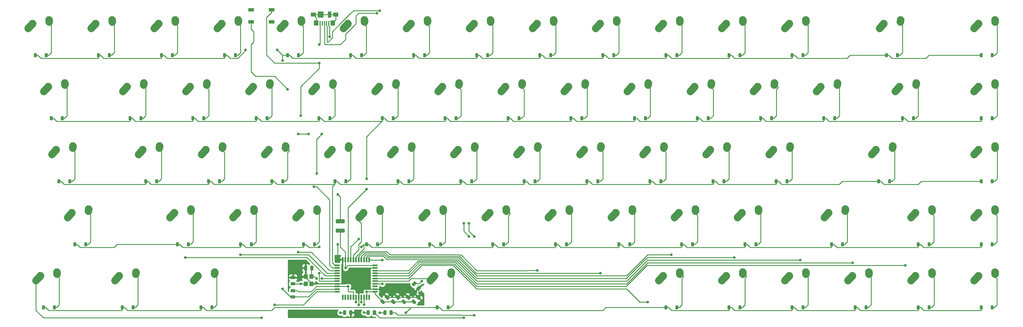
<source format=gbr>
G04 #@! TF.GenerationSoftware,KiCad,Pcbnew,(5.1.5)-3*
G04 #@! TF.CreationDate,2020-05-05T16:11:28-04:00*
G04 #@! TF.ProjectId,TheSedan,54686553-6564-4616-9e2e-6b696361645f,rev?*
G04 #@! TF.SameCoordinates,Original*
G04 #@! TF.FileFunction,Copper,L2,Bot*
G04 #@! TF.FilePolarity,Positive*
%FSLAX46Y46*%
G04 Gerber Fmt 4.6, Leading zero omitted, Abs format (unit mm)*
G04 Created by KiCad (PCBNEW (5.1.5)-3) date 2020-05-05 16:11:28*
%MOMM*%
%LPD*%
G04 APERTURE LIST*
%ADD10C,0.100000*%
%ADD11R,1.000000X1.900000*%
%ADD12R,1.800000X1.900000*%
%ADD13R,1.650000X1.300000*%
%ADD14R,1.425000X1.550000*%
%ADD15R,0.450000X1.380000*%
%ADD16R,1.200000X1.400000*%
%ADD17C,2.250000*%
%ADD18C,2.250000*%
%ADD19R,1.500000X0.550000*%
%ADD20R,0.550000X1.500000*%
%ADD21R,1.800000X1.100000*%
%ADD22R,0.900000X1.200000*%
%ADD23C,0.800000*%
%ADD24C,0.250000*%
%ADD25C,0.254000*%
G04 APERTURE END LIST*
G04 #@! TA.AperFunction,SMDPad,CuDef*
D10*
G36*
X481136392Y-148526174D02*
G01*
X481160053Y-148529684D01*
X481183257Y-148535496D01*
X481205779Y-148543554D01*
X481227403Y-148553782D01*
X481247920Y-148566079D01*
X481267133Y-148580329D01*
X481284857Y-148596393D01*
X481300921Y-148614117D01*
X481315171Y-148633330D01*
X481327468Y-148653847D01*
X481337696Y-148675471D01*
X481345754Y-148697993D01*
X481351566Y-148721197D01*
X481355076Y-148744858D01*
X481356250Y-148768750D01*
X481356250Y-149681250D01*
X481355076Y-149705142D01*
X481351566Y-149728803D01*
X481345754Y-149752007D01*
X481337696Y-149774529D01*
X481327468Y-149796153D01*
X481315171Y-149816670D01*
X481300921Y-149835883D01*
X481284857Y-149853607D01*
X481267133Y-149869671D01*
X481247920Y-149883921D01*
X481227403Y-149896218D01*
X481205779Y-149906446D01*
X481183257Y-149914504D01*
X481160053Y-149920316D01*
X481136392Y-149923826D01*
X481112500Y-149925000D01*
X480625000Y-149925000D01*
X480601108Y-149923826D01*
X480577447Y-149920316D01*
X480554243Y-149914504D01*
X480531721Y-149906446D01*
X480510097Y-149896218D01*
X480489580Y-149883921D01*
X480470367Y-149869671D01*
X480452643Y-149853607D01*
X480436579Y-149835883D01*
X480422329Y-149816670D01*
X480410032Y-149796153D01*
X480399804Y-149774529D01*
X480391746Y-149752007D01*
X480385934Y-149728803D01*
X480382424Y-149705142D01*
X480381250Y-149681250D01*
X480381250Y-148768750D01*
X480382424Y-148744858D01*
X480385934Y-148721197D01*
X480391746Y-148697993D01*
X480399804Y-148675471D01*
X480410032Y-148653847D01*
X480422329Y-148633330D01*
X480436579Y-148614117D01*
X480452643Y-148596393D01*
X480470367Y-148580329D01*
X480489580Y-148566079D01*
X480510097Y-148553782D01*
X480531721Y-148543554D01*
X480554243Y-148535496D01*
X480577447Y-148529684D01*
X480601108Y-148526174D01*
X480625000Y-148525000D01*
X481112500Y-148525000D01*
X481136392Y-148526174D01*
G37*
G04 #@! TD.AperFunction*
G04 #@! TA.AperFunction,SMDPad,CuDef*
G36*
X483011392Y-148526174D02*
G01*
X483035053Y-148529684D01*
X483058257Y-148535496D01*
X483080779Y-148543554D01*
X483102403Y-148553782D01*
X483122920Y-148566079D01*
X483142133Y-148580329D01*
X483159857Y-148596393D01*
X483175921Y-148614117D01*
X483190171Y-148633330D01*
X483202468Y-148653847D01*
X483212696Y-148675471D01*
X483220754Y-148697993D01*
X483226566Y-148721197D01*
X483230076Y-148744858D01*
X483231250Y-148768750D01*
X483231250Y-149681250D01*
X483230076Y-149705142D01*
X483226566Y-149728803D01*
X483220754Y-149752007D01*
X483212696Y-149774529D01*
X483202468Y-149796153D01*
X483190171Y-149816670D01*
X483175921Y-149835883D01*
X483159857Y-149853607D01*
X483142133Y-149869671D01*
X483122920Y-149883921D01*
X483102403Y-149896218D01*
X483080779Y-149906446D01*
X483058257Y-149914504D01*
X483035053Y-149920316D01*
X483011392Y-149923826D01*
X482987500Y-149925000D01*
X482500000Y-149925000D01*
X482476108Y-149923826D01*
X482452447Y-149920316D01*
X482429243Y-149914504D01*
X482406721Y-149906446D01*
X482385097Y-149896218D01*
X482364580Y-149883921D01*
X482345367Y-149869671D01*
X482327643Y-149853607D01*
X482311579Y-149835883D01*
X482297329Y-149816670D01*
X482285032Y-149796153D01*
X482274804Y-149774529D01*
X482266746Y-149752007D01*
X482260934Y-149728803D01*
X482257424Y-149705142D01*
X482256250Y-149681250D01*
X482256250Y-148768750D01*
X482257424Y-148744858D01*
X482260934Y-148721197D01*
X482266746Y-148697993D01*
X482274804Y-148675471D01*
X482285032Y-148653847D01*
X482297329Y-148633330D01*
X482311579Y-148614117D01*
X482327643Y-148596393D01*
X482345367Y-148580329D01*
X482364580Y-148566079D01*
X482385097Y-148553782D01*
X482406721Y-148543554D01*
X482429243Y-148535496D01*
X482452447Y-148529684D01*
X482476108Y-148526174D01*
X482500000Y-148525000D01*
X482987500Y-148525000D01*
X483011392Y-148526174D01*
G37*
G04 #@! TD.AperFunction*
G04 #@! TA.AperFunction,SMDPad,CuDef*
G36*
X492430754Y-134501204D02*
G01*
X492455023Y-134504804D01*
X492478821Y-134510765D01*
X492501921Y-134519030D01*
X492524099Y-134529520D01*
X492545143Y-134542133D01*
X492564848Y-134556747D01*
X492583027Y-134573223D01*
X492599503Y-134591402D01*
X492614117Y-134611107D01*
X492626730Y-134632151D01*
X492637220Y-134654329D01*
X492645485Y-134677429D01*
X492651446Y-134701227D01*
X492655046Y-134725496D01*
X492656250Y-134750000D01*
X492656250Y-135500000D01*
X492655046Y-135524504D01*
X492651446Y-135548773D01*
X492645485Y-135572571D01*
X492637220Y-135595671D01*
X492626730Y-135617849D01*
X492614117Y-135638893D01*
X492599503Y-135658598D01*
X492583027Y-135676777D01*
X492564848Y-135693253D01*
X492545143Y-135707867D01*
X492524099Y-135720480D01*
X492501921Y-135730970D01*
X492478821Y-135739235D01*
X492455023Y-135745196D01*
X492430754Y-135748796D01*
X492406250Y-135750000D01*
X490256250Y-135750000D01*
X490231746Y-135748796D01*
X490207477Y-135745196D01*
X490183679Y-135739235D01*
X490160579Y-135730970D01*
X490138401Y-135720480D01*
X490117357Y-135707867D01*
X490097652Y-135693253D01*
X490079473Y-135676777D01*
X490062997Y-135658598D01*
X490048383Y-135638893D01*
X490035770Y-135617849D01*
X490025280Y-135595671D01*
X490017015Y-135572571D01*
X490011054Y-135548773D01*
X490007454Y-135524504D01*
X490006250Y-135500000D01*
X490006250Y-134750000D01*
X490007454Y-134725496D01*
X490011054Y-134701227D01*
X490017015Y-134677429D01*
X490025280Y-134654329D01*
X490035770Y-134632151D01*
X490048383Y-134611107D01*
X490062997Y-134591402D01*
X490079473Y-134573223D01*
X490097652Y-134556747D01*
X490117357Y-134542133D01*
X490138401Y-134529520D01*
X490160579Y-134519030D01*
X490183679Y-134510765D01*
X490207477Y-134504804D01*
X490231746Y-134501204D01*
X490256250Y-134500000D01*
X492406250Y-134500000D01*
X492430754Y-134501204D01*
G37*
G04 #@! TD.AperFunction*
G04 #@! TA.AperFunction,SMDPad,CuDef*
G36*
X492430754Y-137301204D02*
G01*
X492455023Y-137304804D01*
X492478821Y-137310765D01*
X492501921Y-137319030D01*
X492524099Y-137329520D01*
X492545143Y-137342133D01*
X492564848Y-137356747D01*
X492583027Y-137373223D01*
X492599503Y-137391402D01*
X492614117Y-137411107D01*
X492626730Y-137432151D01*
X492637220Y-137454329D01*
X492645485Y-137477429D01*
X492651446Y-137501227D01*
X492655046Y-137525496D01*
X492656250Y-137550000D01*
X492656250Y-138300000D01*
X492655046Y-138324504D01*
X492651446Y-138348773D01*
X492645485Y-138372571D01*
X492637220Y-138395671D01*
X492626730Y-138417849D01*
X492614117Y-138438893D01*
X492599503Y-138458598D01*
X492583027Y-138476777D01*
X492564848Y-138493253D01*
X492545143Y-138507867D01*
X492524099Y-138520480D01*
X492501921Y-138530970D01*
X492478821Y-138539235D01*
X492455023Y-138545196D01*
X492430754Y-138548796D01*
X492406250Y-138550000D01*
X490256250Y-138550000D01*
X490231746Y-138548796D01*
X490207477Y-138545196D01*
X490183679Y-138539235D01*
X490160579Y-138530970D01*
X490138401Y-138520480D01*
X490117357Y-138507867D01*
X490097652Y-138493253D01*
X490079473Y-138476777D01*
X490062997Y-138458598D01*
X490048383Y-138438893D01*
X490035770Y-138417849D01*
X490025280Y-138395671D01*
X490017015Y-138372571D01*
X490011054Y-138348773D01*
X490007454Y-138324504D01*
X490006250Y-138300000D01*
X490006250Y-137550000D01*
X490007454Y-137525496D01*
X490011054Y-137501227D01*
X490017015Y-137477429D01*
X490025280Y-137454329D01*
X490035770Y-137432151D01*
X490048383Y-137411107D01*
X490062997Y-137391402D01*
X490079473Y-137373223D01*
X490097652Y-137356747D01*
X490117357Y-137342133D01*
X490138401Y-137329520D01*
X490160579Y-137319030D01*
X490183679Y-137310765D01*
X490207477Y-137304804D01*
X490231746Y-137301204D01*
X490256250Y-137300000D01*
X492406250Y-137300000D01*
X492430754Y-137301204D01*
G37*
G04 #@! TD.AperFunction*
D11*
X488118750Y-72618750D03*
D12*
X485418750Y-72618750D03*
D13*
X489943750Y-72618750D03*
X483193750Y-72618750D03*
D14*
X489056250Y-75193750D03*
X484081250Y-75193750D03*
D15*
X487868750Y-75278750D03*
X487218750Y-75278750D03*
X486568750Y-75278750D03*
X485918750Y-75278750D03*
X485268750Y-75278750D03*
D16*
X480900000Y-151787500D03*
X480900000Y-153987500D03*
X482600000Y-153987500D03*
X482600000Y-151787500D03*
D17*
X441206250Y-132525000D03*
D18*
X439896250Y-133985000D02*
X441206252Y-132525000D01*
D17*
X446246250Y-131445000D03*
D18*
X446206250Y-132025000D02*
X446246250Y-131445000D01*
D17*
X431681250Y-113475000D03*
D18*
X430371250Y-114935000D02*
X431681252Y-113475000D01*
D17*
X436721250Y-112395000D03*
D18*
X436681250Y-112975000D02*
X436721250Y-112395000D01*
D17*
X426918750Y-94425000D03*
D18*
X425608750Y-95885000D02*
X426918752Y-94425000D01*
D17*
X431958750Y-93345000D03*
D18*
X431918750Y-93925000D02*
X431958750Y-93345000D01*
D17*
X417393750Y-75375000D03*
D18*
X416083750Y-76835000D02*
X417393752Y-75375000D01*
D17*
X422433750Y-74295000D03*
D18*
X422393750Y-74875000D02*
X422433750Y-74295000D01*
D19*
X501793750Y-156400000D03*
X501793750Y-155600000D03*
X501793750Y-154800000D03*
X501793750Y-154000000D03*
X501793750Y-153200000D03*
X501793750Y-152400000D03*
X501793750Y-151600000D03*
X501793750Y-150800000D03*
X501793750Y-150000000D03*
X501793750Y-149200000D03*
X501793750Y-148400000D03*
D20*
X500093750Y-146700000D03*
X499293750Y-146700000D03*
X498493750Y-146700000D03*
X497693750Y-146700000D03*
X496893750Y-146700000D03*
X496093750Y-146700000D03*
X495293750Y-146700000D03*
X494493750Y-146700000D03*
X493693750Y-146700000D03*
X492893750Y-146700000D03*
X492093750Y-146700000D03*
D19*
X490393750Y-148400000D03*
X490393750Y-149200000D03*
X490393750Y-150000000D03*
X490393750Y-150800000D03*
X490393750Y-151600000D03*
X490393750Y-152400000D03*
X490393750Y-153200000D03*
X490393750Y-154000000D03*
X490393750Y-154800000D03*
X490393750Y-155600000D03*
X490393750Y-156400000D03*
D20*
X492093750Y-158100000D03*
X492893750Y-158100000D03*
X493693750Y-158100000D03*
X494493750Y-158100000D03*
X495293750Y-158100000D03*
X496093750Y-158100000D03*
X496893750Y-158100000D03*
X497693750Y-158100000D03*
X498493750Y-158100000D03*
X499293750Y-158100000D03*
X500093750Y-158100000D03*
D21*
X464418750Y-71175000D03*
X470618750Y-74875000D03*
X464418750Y-74875000D03*
X470618750Y-71175000D03*
G04 #@! TA.AperFunction,SMDPad,CuDef*
D10*
G36*
X513861239Y-153237036D02*
G01*
X513884900Y-153240546D01*
X513908104Y-153246358D01*
X513930626Y-153254416D01*
X513952250Y-153264644D01*
X513972767Y-153276941D01*
X513991980Y-153291191D01*
X514009704Y-153307255D01*
X514354419Y-153651970D01*
X514370483Y-153669694D01*
X514384733Y-153688907D01*
X514397030Y-153709424D01*
X514407258Y-153731048D01*
X514415316Y-153753570D01*
X514421128Y-153776774D01*
X514424638Y-153800435D01*
X514425812Y-153824327D01*
X514424638Y-153848219D01*
X514421128Y-153871880D01*
X514415316Y-153895084D01*
X514407258Y-153917606D01*
X514397030Y-153939230D01*
X514384733Y-153959747D01*
X514370483Y-153978960D01*
X514354419Y-153996684D01*
X513709184Y-154641919D01*
X513691460Y-154657983D01*
X513672247Y-154672233D01*
X513651730Y-154684530D01*
X513630106Y-154694758D01*
X513607584Y-154702816D01*
X513584380Y-154708628D01*
X513560719Y-154712138D01*
X513536827Y-154713312D01*
X513512935Y-154712138D01*
X513489274Y-154708628D01*
X513466070Y-154702816D01*
X513443548Y-154694758D01*
X513421924Y-154684530D01*
X513401407Y-154672233D01*
X513382194Y-154657983D01*
X513364470Y-154641919D01*
X513019755Y-154297204D01*
X513003691Y-154279480D01*
X512989441Y-154260267D01*
X512977144Y-154239750D01*
X512966916Y-154218126D01*
X512958858Y-154195604D01*
X512953046Y-154172400D01*
X512949536Y-154148739D01*
X512948362Y-154124847D01*
X512949536Y-154100955D01*
X512953046Y-154077294D01*
X512958858Y-154054090D01*
X512966916Y-154031568D01*
X512977144Y-154009944D01*
X512989441Y-153989427D01*
X513003691Y-153970214D01*
X513019755Y-153952490D01*
X513664990Y-153307255D01*
X513682714Y-153291191D01*
X513701927Y-153276941D01*
X513722444Y-153264644D01*
X513744068Y-153254416D01*
X513766590Y-153246358D01*
X513789794Y-153240546D01*
X513813455Y-153237036D01*
X513837347Y-153235862D01*
X513861239Y-153237036D01*
G37*
G04 #@! TD.AperFunction*
G04 #@! TA.AperFunction,SMDPad,CuDef*
G36*
X515187065Y-154562862D02*
G01*
X515210726Y-154566372D01*
X515233930Y-154572184D01*
X515256452Y-154580242D01*
X515278076Y-154590470D01*
X515298593Y-154602767D01*
X515317806Y-154617017D01*
X515335530Y-154633081D01*
X515680245Y-154977796D01*
X515696309Y-154995520D01*
X515710559Y-155014733D01*
X515722856Y-155035250D01*
X515733084Y-155056874D01*
X515741142Y-155079396D01*
X515746954Y-155102600D01*
X515750464Y-155126261D01*
X515751638Y-155150153D01*
X515750464Y-155174045D01*
X515746954Y-155197706D01*
X515741142Y-155220910D01*
X515733084Y-155243432D01*
X515722856Y-155265056D01*
X515710559Y-155285573D01*
X515696309Y-155304786D01*
X515680245Y-155322510D01*
X515035010Y-155967745D01*
X515017286Y-155983809D01*
X514998073Y-155998059D01*
X514977556Y-156010356D01*
X514955932Y-156020584D01*
X514933410Y-156028642D01*
X514910206Y-156034454D01*
X514886545Y-156037964D01*
X514862653Y-156039138D01*
X514838761Y-156037964D01*
X514815100Y-156034454D01*
X514791896Y-156028642D01*
X514769374Y-156020584D01*
X514747750Y-156010356D01*
X514727233Y-155998059D01*
X514708020Y-155983809D01*
X514690296Y-155967745D01*
X514345581Y-155623030D01*
X514329517Y-155605306D01*
X514315267Y-155586093D01*
X514302970Y-155565576D01*
X514292742Y-155543952D01*
X514284684Y-155521430D01*
X514278872Y-155498226D01*
X514275362Y-155474565D01*
X514274188Y-155450673D01*
X514275362Y-155426781D01*
X514278872Y-155403120D01*
X514284684Y-155379916D01*
X514292742Y-155357394D01*
X514302970Y-155335770D01*
X514315267Y-155315253D01*
X514329517Y-155296040D01*
X514345581Y-155278316D01*
X514990816Y-154633081D01*
X515008540Y-154617017D01*
X515027753Y-154602767D01*
X515048270Y-154590470D01*
X515069894Y-154580242D01*
X515092416Y-154572184D01*
X515115620Y-154566372D01*
X515139281Y-154562862D01*
X515163173Y-154561688D01*
X515187065Y-154562862D01*
G37*
G04 #@! TD.AperFunction*
G04 #@! TA.AperFunction,SMDPad,CuDef*
G36*
X477523892Y-157469924D02*
G01*
X477547553Y-157473434D01*
X477570757Y-157479246D01*
X477593279Y-157487304D01*
X477614903Y-157497532D01*
X477635420Y-157509829D01*
X477654633Y-157524079D01*
X477672357Y-157540143D01*
X477688421Y-157557867D01*
X477702671Y-157577080D01*
X477714968Y-157597597D01*
X477725196Y-157619221D01*
X477733254Y-157641743D01*
X477739066Y-157664947D01*
X477742576Y-157688608D01*
X477743750Y-157712500D01*
X477743750Y-158200000D01*
X477742576Y-158223892D01*
X477739066Y-158247553D01*
X477733254Y-158270757D01*
X477725196Y-158293279D01*
X477714968Y-158314903D01*
X477702671Y-158335420D01*
X477688421Y-158354633D01*
X477672357Y-158372357D01*
X477654633Y-158388421D01*
X477635420Y-158402671D01*
X477614903Y-158414968D01*
X477593279Y-158425196D01*
X477570757Y-158433254D01*
X477547553Y-158439066D01*
X477523892Y-158442576D01*
X477500000Y-158443750D01*
X476587500Y-158443750D01*
X476563608Y-158442576D01*
X476539947Y-158439066D01*
X476516743Y-158433254D01*
X476494221Y-158425196D01*
X476472597Y-158414968D01*
X476452080Y-158402671D01*
X476432867Y-158388421D01*
X476415143Y-158372357D01*
X476399079Y-158354633D01*
X476384829Y-158335420D01*
X476372532Y-158314903D01*
X476362304Y-158293279D01*
X476354246Y-158270757D01*
X476348434Y-158247553D01*
X476344924Y-158223892D01*
X476343750Y-158200000D01*
X476343750Y-157712500D01*
X476344924Y-157688608D01*
X476348434Y-157664947D01*
X476354246Y-157641743D01*
X476362304Y-157619221D01*
X476372532Y-157597597D01*
X476384829Y-157577080D01*
X476399079Y-157557867D01*
X476415143Y-157540143D01*
X476432867Y-157524079D01*
X476452080Y-157509829D01*
X476472597Y-157497532D01*
X476494221Y-157487304D01*
X476516743Y-157479246D01*
X476539947Y-157473434D01*
X476563608Y-157469924D01*
X476587500Y-157468750D01*
X477500000Y-157468750D01*
X477523892Y-157469924D01*
G37*
G04 #@! TD.AperFunction*
G04 #@! TA.AperFunction,SMDPad,CuDef*
G36*
X477523892Y-155594924D02*
G01*
X477547553Y-155598434D01*
X477570757Y-155604246D01*
X477593279Y-155612304D01*
X477614903Y-155622532D01*
X477635420Y-155634829D01*
X477654633Y-155649079D01*
X477672357Y-155665143D01*
X477688421Y-155682867D01*
X477702671Y-155702080D01*
X477714968Y-155722597D01*
X477725196Y-155744221D01*
X477733254Y-155766743D01*
X477739066Y-155789947D01*
X477742576Y-155813608D01*
X477743750Y-155837500D01*
X477743750Y-156325000D01*
X477742576Y-156348892D01*
X477739066Y-156372553D01*
X477733254Y-156395757D01*
X477725196Y-156418279D01*
X477714968Y-156439903D01*
X477702671Y-156460420D01*
X477688421Y-156479633D01*
X477672357Y-156497357D01*
X477654633Y-156513421D01*
X477635420Y-156527671D01*
X477614903Y-156539968D01*
X477593279Y-156550196D01*
X477570757Y-156558254D01*
X477547553Y-156564066D01*
X477523892Y-156567576D01*
X477500000Y-156568750D01*
X476587500Y-156568750D01*
X476563608Y-156567576D01*
X476539947Y-156564066D01*
X476516743Y-156558254D01*
X476494221Y-156550196D01*
X476472597Y-156539968D01*
X476452080Y-156527671D01*
X476432867Y-156513421D01*
X476415143Y-156497357D01*
X476399079Y-156479633D01*
X476384829Y-156460420D01*
X476372532Y-156439903D01*
X476362304Y-156418279D01*
X476354246Y-156395757D01*
X476348434Y-156372553D01*
X476344924Y-156348892D01*
X476343750Y-156325000D01*
X476343750Y-155837500D01*
X476344924Y-155813608D01*
X476348434Y-155789947D01*
X476354246Y-155766743D01*
X476362304Y-155744221D01*
X476372532Y-155722597D01*
X476384829Y-155702080D01*
X476399079Y-155682867D01*
X476415143Y-155665143D01*
X476432867Y-155649079D01*
X476452080Y-155634829D01*
X476472597Y-155622532D01*
X476494221Y-155612304D01*
X476516743Y-155604246D01*
X476539947Y-155598434D01*
X476563608Y-155594924D01*
X476587500Y-155593750D01*
X477500000Y-155593750D01*
X477523892Y-155594924D01*
G37*
G04 #@! TD.AperFunction*
G04 #@! TA.AperFunction,SMDPad,CuDef*
G36*
X501917642Y-162019924D02*
G01*
X501941303Y-162023434D01*
X501964507Y-162029246D01*
X501987029Y-162037304D01*
X502008653Y-162047532D01*
X502029170Y-162059829D01*
X502048383Y-162074079D01*
X502066107Y-162090143D01*
X502082171Y-162107867D01*
X502096421Y-162127080D01*
X502108718Y-162147597D01*
X502118946Y-162169221D01*
X502127004Y-162191743D01*
X502132816Y-162214947D01*
X502136326Y-162238608D01*
X502137500Y-162262500D01*
X502137500Y-163175000D01*
X502136326Y-163198892D01*
X502132816Y-163222553D01*
X502127004Y-163245757D01*
X502118946Y-163268279D01*
X502108718Y-163289903D01*
X502096421Y-163310420D01*
X502082171Y-163329633D01*
X502066107Y-163347357D01*
X502048383Y-163363421D01*
X502029170Y-163377671D01*
X502008653Y-163389968D01*
X501987029Y-163400196D01*
X501964507Y-163408254D01*
X501941303Y-163414066D01*
X501917642Y-163417576D01*
X501893750Y-163418750D01*
X501406250Y-163418750D01*
X501382358Y-163417576D01*
X501358697Y-163414066D01*
X501335493Y-163408254D01*
X501312971Y-163400196D01*
X501291347Y-163389968D01*
X501270830Y-163377671D01*
X501251617Y-163363421D01*
X501233893Y-163347357D01*
X501217829Y-163329633D01*
X501203579Y-163310420D01*
X501191282Y-163289903D01*
X501181054Y-163268279D01*
X501172996Y-163245757D01*
X501167184Y-163222553D01*
X501163674Y-163198892D01*
X501162500Y-163175000D01*
X501162500Y-162262500D01*
X501163674Y-162238608D01*
X501167184Y-162214947D01*
X501172996Y-162191743D01*
X501181054Y-162169221D01*
X501191282Y-162147597D01*
X501203579Y-162127080D01*
X501217829Y-162107867D01*
X501233893Y-162090143D01*
X501251617Y-162074079D01*
X501270830Y-162059829D01*
X501291347Y-162047532D01*
X501312971Y-162037304D01*
X501335493Y-162029246D01*
X501358697Y-162023434D01*
X501382358Y-162019924D01*
X501406250Y-162018750D01*
X501893750Y-162018750D01*
X501917642Y-162019924D01*
G37*
G04 #@! TD.AperFunction*
G04 #@! TA.AperFunction,SMDPad,CuDef*
G36*
X500042642Y-162019924D02*
G01*
X500066303Y-162023434D01*
X500089507Y-162029246D01*
X500112029Y-162037304D01*
X500133653Y-162047532D01*
X500154170Y-162059829D01*
X500173383Y-162074079D01*
X500191107Y-162090143D01*
X500207171Y-162107867D01*
X500221421Y-162127080D01*
X500233718Y-162147597D01*
X500243946Y-162169221D01*
X500252004Y-162191743D01*
X500257816Y-162214947D01*
X500261326Y-162238608D01*
X500262500Y-162262500D01*
X500262500Y-163175000D01*
X500261326Y-163198892D01*
X500257816Y-163222553D01*
X500252004Y-163245757D01*
X500243946Y-163268279D01*
X500233718Y-163289903D01*
X500221421Y-163310420D01*
X500207171Y-163329633D01*
X500191107Y-163347357D01*
X500173383Y-163363421D01*
X500154170Y-163377671D01*
X500133653Y-163389968D01*
X500112029Y-163400196D01*
X500089507Y-163408254D01*
X500066303Y-163414066D01*
X500042642Y-163417576D01*
X500018750Y-163418750D01*
X499531250Y-163418750D01*
X499507358Y-163417576D01*
X499483697Y-163414066D01*
X499460493Y-163408254D01*
X499437971Y-163400196D01*
X499416347Y-163389968D01*
X499395830Y-163377671D01*
X499376617Y-163363421D01*
X499358893Y-163347357D01*
X499342829Y-163329633D01*
X499328579Y-163310420D01*
X499316282Y-163289903D01*
X499306054Y-163268279D01*
X499297996Y-163245757D01*
X499292184Y-163222553D01*
X499288674Y-163198892D01*
X499287500Y-163175000D01*
X499287500Y-162262500D01*
X499288674Y-162238608D01*
X499292184Y-162214947D01*
X499297996Y-162191743D01*
X499306054Y-162169221D01*
X499316282Y-162147597D01*
X499328579Y-162127080D01*
X499342829Y-162107867D01*
X499358893Y-162090143D01*
X499376617Y-162074079D01*
X499395830Y-162059829D01*
X499416347Y-162047532D01*
X499437971Y-162037304D01*
X499460493Y-162029246D01*
X499483697Y-162023434D01*
X499507358Y-162019924D01*
X499531250Y-162018750D01*
X500018750Y-162018750D01*
X500042642Y-162019924D01*
G37*
G04 #@! TD.AperFunction*
G04 #@! TA.AperFunction,SMDPad,CuDef*
G36*
X506967642Y-162019924D02*
G01*
X506991303Y-162023434D01*
X507014507Y-162029246D01*
X507037029Y-162037304D01*
X507058653Y-162047532D01*
X507079170Y-162059829D01*
X507098383Y-162074079D01*
X507116107Y-162090143D01*
X507132171Y-162107867D01*
X507146421Y-162127080D01*
X507158718Y-162147597D01*
X507168946Y-162169221D01*
X507177004Y-162191743D01*
X507182816Y-162214947D01*
X507186326Y-162238608D01*
X507187500Y-162262500D01*
X507187500Y-163175000D01*
X507186326Y-163198892D01*
X507182816Y-163222553D01*
X507177004Y-163245757D01*
X507168946Y-163268279D01*
X507158718Y-163289903D01*
X507146421Y-163310420D01*
X507132171Y-163329633D01*
X507116107Y-163347357D01*
X507098383Y-163363421D01*
X507079170Y-163377671D01*
X507058653Y-163389968D01*
X507037029Y-163400196D01*
X507014507Y-163408254D01*
X506991303Y-163414066D01*
X506967642Y-163417576D01*
X506943750Y-163418750D01*
X506456250Y-163418750D01*
X506432358Y-163417576D01*
X506408697Y-163414066D01*
X506385493Y-163408254D01*
X506362971Y-163400196D01*
X506341347Y-163389968D01*
X506320830Y-163377671D01*
X506301617Y-163363421D01*
X506283893Y-163347357D01*
X506267829Y-163329633D01*
X506253579Y-163310420D01*
X506241282Y-163289903D01*
X506231054Y-163268279D01*
X506222996Y-163245757D01*
X506217184Y-163222553D01*
X506213674Y-163198892D01*
X506212500Y-163175000D01*
X506212500Y-162262500D01*
X506213674Y-162238608D01*
X506217184Y-162214947D01*
X506222996Y-162191743D01*
X506231054Y-162169221D01*
X506241282Y-162147597D01*
X506253579Y-162127080D01*
X506267829Y-162107867D01*
X506283893Y-162090143D01*
X506301617Y-162074079D01*
X506320830Y-162059829D01*
X506341347Y-162047532D01*
X506362971Y-162037304D01*
X506385493Y-162029246D01*
X506408697Y-162023434D01*
X506432358Y-162019924D01*
X506456250Y-162018750D01*
X506943750Y-162018750D01*
X506967642Y-162019924D01*
G37*
G04 #@! TD.AperFunction*
G04 #@! TA.AperFunction,SMDPad,CuDef*
G36*
X505092642Y-162019924D02*
G01*
X505116303Y-162023434D01*
X505139507Y-162029246D01*
X505162029Y-162037304D01*
X505183653Y-162047532D01*
X505204170Y-162059829D01*
X505223383Y-162074079D01*
X505241107Y-162090143D01*
X505257171Y-162107867D01*
X505271421Y-162127080D01*
X505283718Y-162147597D01*
X505293946Y-162169221D01*
X505302004Y-162191743D01*
X505307816Y-162214947D01*
X505311326Y-162238608D01*
X505312500Y-162262500D01*
X505312500Y-163175000D01*
X505311326Y-163198892D01*
X505307816Y-163222553D01*
X505302004Y-163245757D01*
X505293946Y-163268279D01*
X505283718Y-163289903D01*
X505271421Y-163310420D01*
X505257171Y-163329633D01*
X505241107Y-163347357D01*
X505223383Y-163363421D01*
X505204170Y-163377671D01*
X505183653Y-163389968D01*
X505162029Y-163400196D01*
X505139507Y-163408254D01*
X505116303Y-163414066D01*
X505092642Y-163417576D01*
X505068750Y-163418750D01*
X504581250Y-163418750D01*
X504557358Y-163417576D01*
X504533697Y-163414066D01*
X504510493Y-163408254D01*
X504487971Y-163400196D01*
X504466347Y-163389968D01*
X504445830Y-163377671D01*
X504426617Y-163363421D01*
X504408893Y-163347357D01*
X504392829Y-163329633D01*
X504378579Y-163310420D01*
X504366282Y-163289903D01*
X504356054Y-163268279D01*
X504347996Y-163245757D01*
X504342184Y-163222553D01*
X504338674Y-163198892D01*
X504337500Y-163175000D01*
X504337500Y-162262500D01*
X504338674Y-162238608D01*
X504342184Y-162214947D01*
X504347996Y-162191743D01*
X504356054Y-162169221D01*
X504366282Y-162147597D01*
X504378579Y-162127080D01*
X504392829Y-162107867D01*
X504408893Y-162090143D01*
X504426617Y-162074079D01*
X504445830Y-162059829D01*
X504466347Y-162047532D01*
X504487971Y-162037304D01*
X504510493Y-162029246D01*
X504533697Y-162023434D01*
X504557358Y-162019924D01*
X504581250Y-162018750D01*
X505068750Y-162018750D01*
X505092642Y-162019924D01*
G37*
G04 #@! TD.AperFunction*
D22*
X688243750Y-161131250D03*
X684943750Y-161131250D03*
X688243750Y-142081250D03*
X684943750Y-142081250D03*
X688306250Y-123031250D03*
X685006250Y-123031250D03*
X688243750Y-103981250D03*
X684943750Y-103981250D03*
X688306250Y-84931250D03*
X685006250Y-84931250D03*
X669256250Y-161131250D03*
X665956250Y-161131250D03*
X669193750Y-142081250D03*
X665893750Y-142081250D03*
X657287500Y-123031250D03*
X653987500Y-123031250D03*
X664493750Y-103981250D03*
X661193750Y-103981250D03*
X659668750Y-84931250D03*
X656368750Y-84931250D03*
X650143750Y-161131250D03*
X646843750Y-161131250D03*
X640681250Y-103981250D03*
X637381250Y-103981250D03*
X631156250Y-84931250D03*
X627856250Y-84931250D03*
X631093750Y-161131250D03*
X627793750Y-161131250D03*
X643062500Y-142081250D03*
X639762500Y-142081250D03*
X626331250Y-123031250D03*
X623031250Y-123031250D03*
X621631250Y-103981250D03*
X618331250Y-103981250D03*
X612106250Y-84931250D03*
X608806250Y-84931250D03*
X612106250Y-161131250D03*
X608806250Y-161131250D03*
X616868750Y-142081250D03*
X613568750Y-142081250D03*
X607281250Y-123031250D03*
X603981250Y-123031250D03*
X602518750Y-103981250D03*
X599218750Y-103981250D03*
X593056250Y-84931250D03*
X589756250Y-84931250D03*
X593056250Y-161131250D03*
X589756250Y-161131250D03*
X597756250Y-142081250D03*
X594456250Y-142081250D03*
X588231250Y-123031250D03*
X584931250Y-123031250D03*
X583531250Y-103981250D03*
X580231250Y-103981250D03*
X574006250Y-84931250D03*
X570706250Y-84931250D03*
X578768750Y-142081250D03*
X575468750Y-142081250D03*
X569181250Y-123031250D03*
X565881250Y-123031250D03*
X564356250Y-103981250D03*
X561056250Y-103981250D03*
X554956250Y-84931250D03*
X551656250Y-84931250D03*
X559656250Y-142081250D03*
X556356250Y-142081250D03*
X550193750Y-123031250D03*
X546893750Y-123031250D03*
X545368750Y-103981250D03*
X542068750Y-103981250D03*
X535906250Y-84931250D03*
X532606250Y-84931250D03*
X523937500Y-161131250D03*
X520637500Y-161131250D03*
X540668750Y-142081250D03*
X537368750Y-142081250D03*
X531081250Y-123031250D03*
X527781250Y-123031250D03*
X526318750Y-103981250D03*
X523018750Y-103981250D03*
X516793750Y-84931250D03*
X513493750Y-84931250D03*
X521618750Y-142081250D03*
X518318750Y-142081250D03*
X512093750Y-123031250D03*
X508793750Y-123031250D03*
X507331250Y-103981250D03*
X504031250Y-103981250D03*
X497743750Y-84931250D03*
X494443750Y-84931250D03*
X502568750Y-142081250D03*
X499268750Y-142081250D03*
X493043750Y-123031250D03*
X489743750Y-123031250D03*
X488218750Y-103981250D03*
X484918750Y-103981250D03*
X478693750Y-84931250D03*
X475393750Y-84931250D03*
X483518750Y-142081250D03*
X480218750Y-142081250D03*
X473993750Y-123031250D03*
X470693750Y-123031250D03*
X469231250Y-103981250D03*
X465931250Y-103981250D03*
X459706250Y-84931250D03*
X456406250Y-84931250D03*
X452562500Y-161131250D03*
X449262500Y-161131250D03*
X464468750Y-142081250D03*
X461168750Y-142081250D03*
X454881250Y-123031250D03*
X451581250Y-123031250D03*
X450118750Y-103981250D03*
X446818750Y-103981250D03*
X440656250Y-84931250D03*
X437356250Y-84931250D03*
X428750000Y-161131250D03*
X425450000Y-161131250D03*
X445418750Y-142081250D03*
X442118750Y-142081250D03*
X435893750Y-123031250D03*
X432593750Y-123031250D03*
X431131250Y-103981250D03*
X427831250Y-103981250D03*
X421543750Y-84931250D03*
X418243750Y-84931250D03*
X404937500Y-161131250D03*
X401637500Y-161131250D03*
X414462500Y-142081250D03*
X411162500Y-142081250D03*
X409637500Y-123031250D03*
X406337500Y-123031250D03*
X407318750Y-103981250D03*
X404018750Y-103981250D03*
X402556250Y-84931250D03*
X399256250Y-84931250D03*
G04 #@! TA.AperFunction,SMDPad,CuDef*
D10*
G36*
X505361545Y-157349536D02*
G01*
X505385206Y-157353046D01*
X505408410Y-157358858D01*
X505430932Y-157366916D01*
X505452556Y-157377144D01*
X505473073Y-157389441D01*
X505492286Y-157403691D01*
X505510010Y-157419755D01*
X506155245Y-158064990D01*
X506171309Y-158082714D01*
X506185559Y-158101927D01*
X506197856Y-158122444D01*
X506208084Y-158144068D01*
X506216142Y-158166590D01*
X506221954Y-158189794D01*
X506225464Y-158213455D01*
X506226638Y-158237347D01*
X506225464Y-158261239D01*
X506221954Y-158284900D01*
X506216142Y-158308104D01*
X506208084Y-158330626D01*
X506197856Y-158352250D01*
X506185559Y-158372767D01*
X506171309Y-158391980D01*
X506155245Y-158409704D01*
X505810530Y-158754419D01*
X505792806Y-158770483D01*
X505773593Y-158784733D01*
X505753076Y-158797030D01*
X505731452Y-158807258D01*
X505708930Y-158815316D01*
X505685726Y-158821128D01*
X505662065Y-158824638D01*
X505638173Y-158825812D01*
X505614281Y-158824638D01*
X505590620Y-158821128D01*
X505567416Y-158815316D01*
X505544894Y-158807258D01*
X505523270Y-158797030D01*
X505502753Y-158784733D01*
X505483540Y-158770483D01*
X505465816Y-158754419D01*
X504820581Y-158109184D01*
X504804517Y-158091460D01*
X504790267Y-158072247D01*
X504777970Y-158051730D01*
X504767742Y-158030106D01*
X504759684Y-158007584D01*
X504753872Y-157984380D01*
X504750362Y-157960719D01*
X504749188Y-157936827D01*
X504750362Y-157912935D01*
X504753872Y-157889274D01*
X504759684Y-157866070D01*
X504767742Y-157843548D01*
X504777970Y-157821924D01*
X504790267Y-157801407D01*
X504804517Y-157782194D01*
X504820581Y-157764470D01*
X505165296Y-157419755D01*
X505183020Y-157403691D01*
X505202233Y-157389441D01*
X505222750Y-157377144D01*
X505244374Y-157366916D01*
X505266896Y-157358858D01*
X505290100Y-157353046D01*
X505313761Y-157349536D01*
X505337653Y-157348362D01*
X505361545Y-157349536D01*
G37*
G04 #@! TD.AperFunction*
G04 #@! TA.AperFunction,SMDPad,CuDef*
G36*
X504035719Y-158675362D02*
G01*
X504059380Y-158678872D01*
X504082584Y-158684684D01*
X504105106Y-158692742D01*
X504126730Y-158702970D01*
X504147247Y-158715267D01*
X504166460Y-158729517D01*
X504184184Y-158745581D01*
X504829419Y-159390816D01*
X504845483Y-159408540D01*
X504859733Y-159427753D01*
X504872030Y-159448270D01*
X504882258Y-159469894D01*
X504890316Y-159492416D01*
X504896128Y-159515620D01*
X504899638Y-159539281D01*
X504900812Y-159563173D01*
X504899638Y-159587065D01*
X504896128Y-159610726D01*
X504890316Y-159633930D01*
X504882258Y-159656452D01*
X504872030Y-159678076D01*
X504859733Y-159698593D01*
X504845483Y-159717806D01*
X504829419Y-159735530D01*
X504484704Y-160080245D01*
X504466980Y-160096309D01*
X504447767Y-160110559D01*
X504427250Y-160122856D01*
X504405626Y-160133084D01*
X504383104Y-160141142D01*
X504359900Y-160146954D01*
X504336239Y-160150464D01*
X504312347Y-160151638D01*
X504288455Y-160150464D01*
X504264794Y-160146954D01*
X504241590Y-160141142D01*
X504219068Y-160133084D01*
X504197444Y-160122856D01*
X504176927Y-160110559D01*
X504157714Y-160096309D01*
X504139990Y-160080245D01*
X503494755Y-159435010D01*
X503478691Y-159417286D01*
X503464441Y-159398073D01*
X503452144Y-159377556D01*
X503441916Y-159355932D01*
X503433858Y-159333410D01*
X503428046Y-159310206D01*
X503424536Y-159286545D01*
X503423362Y-159262653D01*
X503424536Y-159238761D01*
X503428046Y-159215100D01*
X503433858Y-159191896D01*
X503441916Y-159169374D01*
X503452144Y-159147750D01*
X503464441Y-159127233D01*
X503478691Y-159108020D01*
X503494755Y-159090296D01*
X503839470Y-158745581D01*
X503857194Y-158729517D01*
X503876407Y-158715267D01*
X503896924Y-158702970D01*
X503918548Y-158692742D01*
X503941070Y-158684684D01*
X503964274Y-158678872D01*
X503987935Y-158675362D01*
X504011827Y-158674188D01*
X504035719Y-158675362D01*
G37*
G04 #@! TD.AperFunction*
G04 #@! TA.AperFunction,SMDPad,CuDef*
G36*
X508536545Y-157349536D02*
G01*
X508560206Y-157353046D01*
X508583410Y-157358858D01*
X508605932Y-157366916D01*
X508627556Y-157377144D01*
X508648073Y-157389441D01*
X508667286Y-157403691D01*
X508685010Y-157419755D01*
X509330245Y-158064990D01*
X509346309Y-158082714D01*
X509360559Y-158101927D01*
X509372856Y-158122444D01*
X509383084Y-158144068D01*
X509391142Y-158166590D01*
X509396954Y-158189794D01*
X509400464Y-158213455D01*
X509401638Y-158237347D01*
X509400464Y-158261239D01*
X509396954Y-158284900D01*
X509391142Y-158308104D01*
X509383084Y-158330626D01*
X509372856Y-158352250D01*
X509360559Y-158372767D01*
X509346309Y-158391980D01*
X509330245Y-158409704D01*
X508985530Y-158754419D01*
X508967806Y-158770483D01*
X508948593Y-158784733D01*
X508928076Y-158797030D01*
X508906452Y-158807258D01*
X508883930Y-158815316D01*
X508860726Y-158821128D01*
X508837065Y-158824638D01*
X508813173Y-158825812D01*
X508789281Y-158824638D01*
X508765620Y-158821128D01*
X508742416Y-158815316D01*
X508719894Y-158807258D01*
X508698270Y-158797030D01*
X508677753Y-158784733D01*
X508658540Y-158770483D01*
X508640816Y-158754419D01*
X507995581Y-158109184D01*
X507979517Y-158091460D01*
X507965267Y-158072247D01*
X507952970Y-158051730D01*
X507942742Y-158030106D01*
X507934684Y-158007584D01*
X507928872Y-157984380D01*
X507925362Y-157960719D01*
X507924188Y-157936827D01*
X507925362Y-157912935D01*
X507928872Y-157889274D01*
X507934684Y-157866070D01*
X507942742Y-157843548D01*
X507952970Y-157821924D01*
X507965267Y-157801407D01*
X507979517Y-157782194D01*
X507995581Y-157764470D01*
X508340296Y-157419755D01*
X508358020Y-157403691D01*
X508377233Y-157389441D01*
X508397750Y-157377144D01*
X508419374Y-157366916D01*
X508441896Y-157358858D01*
X508465100Y-157353046D01*
X508488761Y-157349536D01*
X508512653Y-157348362D01*
X508536545Y-157349536D01*
G37*
G04 #@! TD.AperFunction*
G04 #@! TA.AperFunction,SMDPad,CuDef*
G36*
X507210719Y-158675362D02*
G01*
X507234380Y-158678872D01*
X507257584Y-158684684D01*
X507280106Y-158692742D01*
X507301730Y-158702970D01*
X507322247Y-158715267D01*
X507341460Y-158729517D01*
X507359184Y-158745581D01*
X508004419Y-159390816D01*
X508020483Y-159408540D01*
X508034733Y-159427753D01*
X508047030Y-159448270D01*
X508057258Y-159469894D01*
X508065316Y-159492416D01*
X508071128Y-159515620D01*
X508074638Y-159539281D01*
X508075812Y-159563173D01*
X508074638Y-159587065D01*
X508071128Y-159610726D01*
X508065316Y-159633930D01*
X508057258Y-159656452D01*
X508047030Y-159678076D01*
X508034733Y-159698593D01*
X508020483Y-159717806D01*
X508004419Y-159735530D01*
X507659704Y-160080245D01*
X507641980Y-160096309D01*
X507622767Y-160110559D01*
X507602250Y-160122856D01*
X507580626Y-160133084D01*
X507558104Y-160141142D01*
X507534900Y-160146954D01*
X507511239Y-160150464D01*
X507487347Y-160151638D01*
X507463455Y-160150464D01*
X507439794Y-160146954D01*
X507416590Y-160141142D01*
X507394068Y-160133084D01*
X507372444Y-160122856D01*
X507351927Y-160110559D01*
X507332714Y-160096309D01*
X507314990Y-160080245D01*
X506669755Y-159435010D01*
X506653691Y-159417286D01*
X506639441Y-159398073D01*
X506627144Y-159377556D01*
X506616916Y-159355932D01*
X506608858Y-159333410D01*
X506603046Y-159310206D01*
X506599536Y-159286545D01*
X506598362Y-159262653D01*
X506599536Y-159238761D01*
X506603046Y-159215100D01*
X506608858Y-159191896D01*
X506616916Y-159169374D01*
X506627144Y-159147750D01*
X506639441Y-159127233D01*
X506653691Y-159108020D01*
X506669755Y-159090296D01*
X507014470Y-158745581D01*
X507032194Y-158729517D01*
X507051407Y-158715267D01*
X507071924Y-158702970D01*
X507093548Y-158692742D01*
X507116070Y-158684684D01*
X507139274Y-158678872D01*
X507162935Y-158675362D01*
X507186827Y-158674188D01*
X507210719Y-158675362D01*
G37*
G04 #@! TD.AperFunction*
G04 #@! TA.AperFunction,SMDPad,CuDef*
G36*
X511711545Y-157349536D02*
G01*
X511735206Y-157353046D01*
X511758410Y-157358858D01*
X511780932Y-157366916D01*
X511802556Y-157377144D01*
X511823073Y-157389441D01*
X511842286Y-157403691D01*
X511860010Y-157419755D01*
X512505245Y-158064990D01*
X512521309Y-158082714D01*
X512535559Y-158101927D01*
X512547856Y-158122444D01*
X512558084Y-158144068D01*
X512566142Y-158166590D01*
X512571954Y-158189794D01*
X512575464Y-158213455D01*
X512576638Y-158237347D01*
X512575464Y-158261239D01*
X512571954Y-158284900D01*
X512566142Y-158308104D01*
X512558084Y-158330626D01*
X512547856Y-158352250D01*
X512535559Y-158372767D01*
X512521309Y-158391980D01*
X512505245Y-158409704D01*
X512160530Y-158754419D01*
X512142806Y-158770483D01*
X512123593Y-158784733D01*
X512103076Y-158797030D01*
X512081452Y-158807258D01*
X512058930Y-158815316D01*
X512035726Y-158821128D01*
X512012065Y-158824638D01*
X511988173Y-158825812D01*
X511964281Y-158824638D01*
X511940620Y-158821128D01*
X511917416Y-158815316D01*
X511894894Y-158807258D01*
X511873270Y-158797030D01*
X511852753Y-158784733D01*
X511833540Y-158770483D01*
X511815816Y-158754419D01*
X511170581Y-158109184D01*
X511154517Y-158091460D01*
X511140267Y-158072247D01*
X511127970Y-158051730D01*
X511117742Y-158030106D01*
X511109684Y-158007584D01*
X511103872Y-157984380D01*
X511100362Y-157960719D01*
X511099188Y-157936827D01*
X511100362Y-157912935D01*
X511103872Y-157889274D01*
X511109684Y-157866070D01*
X511117742Y-157843548D01*
X511127970Y-157821924D01*
X511140267Y-157801407D01*
X511154517Y-157782194D01*
X511170581Y-157764470D01*
X511515296Y-157419755D01*
X511533020Y-157403691D01*
X511552233Y-157389441D01*
X511572750Y-157377144D01*
X511594374Y-157366916D01*
X511616896Y-157358858D01*
X511640100Y-157353046D01*
X511663761Y-157349536D01*
X511687653Y-157348362D01*
X511711545Y-157349536D01*
G37*
G04 #@! TD.AperFunction*
G04 #@! TA.AperFunction,SMDPad,CuDef*
G36*
X510385719Y-158675362D02*
G01*
X510409380Y-158678872D01*
X510432584Y-158684684D01*
X510455106Y-158692742D01*
X510476730Y-158702970D01*
X510497247Y-158715267D01*
X510516460Y-158729517D01*
X510534184Y-158745581D01*
X511179419Y-159390816D01*
X511195483Y-159408540D01*
X511209733Y-159427753D01*
X511222030Y-159448270D01*
X511232258Y-159469894D01*
X511240316Y-159492416D01*
X511246128Y-159515620D01*
X511249638Y-159539281D01*
X511250812Y-159563173D01*
X511249638Y-159587065D01*
X511246128Y-159610726D01*
X511240316Y-159633930D01*
X511232258Y-159656452D01*
X511222030Y-159678076D01*
X511209733Y-159698593D01*
X511195483Y-159717806D01*
X511179419Y-159735530D01*
X510834704Y-160080245D01*
X510816980Y-160096309D01*
X510797767Y-160110559D01*
X510777250Y-160122856D01*
X510755626Y-160133084D01*
X510733104Y-160141142D01*
X510709900Y-160146954D01*
X510686239Y-160150464D01*
X510662347Y-160151638D01*
X510638455Y-160150464D01*
X510614794Y-160146954D01*
X510591590Y-160141142D01*
X510569068Y-160133084D01*
X510547444Y-160122856D01*
X510526927Y-160110559D01*
X510507714Y-160096309D01*
X510489990Y-160080245D01*
X509844755Y-159435010D01*
X509828691Y-159417286D01*
X509814441Y-159398073D01*
X509802144Y-159377556D01*
X509791916Y-159355932D01*
X509783858Y-159333410D01*
X509778046Y-159310206D01*
X509774536Y-159286545D01*
X509773362Y-159262653D01*
X509774536Y-159238761D01*
X509778046Y-159215100D01*
X509783858Y-159191896D01*
X509791916Y-159169374D01*
X509802144Y-159147750D01*
X509814441Y-159127233D01*
X509828691Y-159108020D01*
X509844755Y-159090296D01*
X510189470Y-158745581D01*
X510207194Y-158729517D01*
X510226407Y-158715267D01*
X510246924Y-158702970D01*
X510268548Y-158692742D01*
X510291070Y-158684684D01*
X510314274Y-158678872D01*
X510337935Y-158675362D01*
X510361827Y-158674188D01*
X510385719Y-158675362D01*
G37*
G04 #@! TD.AperFunction*
G04 #@! TA.AperFunction,SMDPad,CuDef*
G36*
X514755708Y-157349536D02*
G01*
X514779369Y-157353046D01*
X514802573Y-157358858D01*
X514825095Y-157366916D01*
X514846719Y-157377144D01*
X514867236Y-157389441D01*
X514886449Y-157403691D01*
X514904173Y-157419755D01*
X515549408Y-158064990D01*
X515565472Y-158082714D01*
X515579722Y-158101927D01*
X515592019Y-158122444D01*
X515602247Y-158144068D01*
X515610305Y-158166590D01*
X515616117Y-158189794D01*
X515619627Y-158213455D01*
X515620801Y-158237347D01*
X515619627Y-158261239D01*
X515616117Y-158284900D01*
X515610305Y-158308104D01*
X515602247Y-158330626D01*
X515592019Y-158352250D01*
X515579722Y-158372767D01*
X515565472Y-158391980D01*
X515549408Y-158409704D01*
X515204693Y-158754419D01*
X515186969Y-158770483D01*
X515167756Y-158784733D01*
X515147239Y-158797030D01*
X515125615Y-158807258D01*
X515103093Y-158815316D01*
X515079889Y-158821128D01*
X515056228Y-158824638D01*
X515032336Y-158825812D01*
X515008444Y-158824638D01*
X514984783Y-158821128D01*
X514961579Y-158815316D01*
X514939057Y-158807258D01*
X514917433Y-158797030D01*
X514896916Y-158784733D01*
X514877703Y-158770483D01*
X514859979Y-158754419D01*
X514214744Y-158109184D01*
X514198680Y-158091460D01*
X514184430Y-158072247D01*
X514172133Y-158051730D01*
X514161905Y-158030106D01*
X514153847Y-158007584D01*
X514148035Y-157984380D01*
X514144525Y-157960719D01*
X514143351Y-157936827D01*
X514144525Y-157912935D01*
X514148035Y-157889274D01*
X514153847Y-157866070D01*
X514161905Y-157843548D01*
X514172133Y-157821924D01*
X514184430Y-157801407D01*
X514198680Y-157782194D01*
X514214744Y-157764470D01*
X514559459Y-157419755D01*
X514577183Y-157403691D01*
X514596396Y-157389441D01*
X514616913Y-157377144D01*
X514638537Y-157366916D01*
X514661059Y-157358858D01*
X514684263Y-157353046D01*
X514707924Y-157349536D01*
X514731816Y-157348362D01*
X514755708Y-157349536D01*
G37*
G04 #@! TD.AperFunction*
G04 #@! TA.AperFunction,SMDPad,CuDef*
G36*
X513429882Y-158675362D02*
G01*
X513453543Y-158678872D01*
X513476747Y-158684684D01*
X513499269Y-158692742D01*
X513520893Y-158702970D01*
X513541410Y-158715267D01*
X513560623Y-158729517D01*
X513578347Y-158745581D01*
X514223582Y-159390816D01*
X514239646Y-159408540D01*
X514253896Y-159427753D01*
X514266193Y-159448270D01*
X514276421Y-159469894D01*
X514284479Y-159492416D01*
X514290291Y-159515620D01*
X514293801Y-159539281D01*
X514294975Y-159563173D01*
X514293801Y-159587065D01*
X514290291Y-159610726D01*
X514284479Y-159633930D01*
X514276421Y-159656452D01*
X514266193Y-159678076D01*
X514253896Y-159698593D01*
X514239646Y-159717806D01*
X514223582Y-159735530D01*
X513878867Y-160080245D01*
X513861143Y-160096309D01*
X513841930Y-160110559D01*
X513821413Y-160122856D01*
X513799789Y-160133084D01*
X513777267Y-160141142D01*
X513754063Y-160146954D01*
X513730402Y-160150464D01*
X513706510Y-160151638D01*
X513682618Y-160150464D01*
X513658957Y-160146954D01*
X513635753Y-160141142D01*
X513613231Y-160133084D01*
X513591607Y-160122856D01*
X513571090Y-160110559D01*
X513551877Y-160096309D01*
X513534153Y-160080245D01*
X512888918Y-159435010D01*
X512872854Y-159417286D01*
X512858604Y-159398073D01*
X512846307Y-159377556D01*
X512836079Y-159355932D01*
X512828021Y-159333410D01*
X512822209Y-159310206D01*
X512818699Y-159286545D01*
X512817525Y-159262653D01*
X512818699Y-159238761D01*
X512822209Y-159215100D01*
X512828021Y-159191896D01*
X512836079Y-159169374D01*
X512846307Y-159147750D01*
X512858604Y-159127233D01*
X512872854Y-159108020D01*
X512888918Y-159090296D01*
X513233633Y-158745581D01*
X513251357Y-158729517D01*
X513270570Y-158715267D01*
X513291087Y-158702970D01*
X513312711Y-158692742D01*
X513335233Y-158684684D01*
X513358437Y-158678872D01*
X513382098Y-158675362D01*
X513405990Y-158674188D01*
X513429882Y-158675362D01*
G37*
G04 #@! TD.AperFunction*
G04 #@! TA.AperFunction,SMDPad,CuDef*
G36*
X494773892Y-162019924D02*
G01*
X494797553Y-162023434D01*
X494820757Y-162029246D01*
X494843279Y-162037304D01*
X494864903Y-162047532D01*
X494885420Y-162059829D01*
X494904633Y-162074079D01*
X494922357Y-162090143D01*
X494938421Y-162107867D01*
X494952671Y-162127080D01*
X494964968Y-162147597D01*
X494975196Y-162169221D01*
X494983254Y-162191743D01*
X494989066Y-162214947D01*
X494992576Y-162238608D01*
X494993750Y-162262500D01*
X494993750Y-163175000D01*
X494992576Y-163198892D01*
X494989066Y-163222553D01*
X494983254Y-163245757D01*
X494975196Y-163268279D01*
X494964968Y-163289903D01*
X494952671Y-163310420D01*
X494938421Y-163329633D01*
X494922357Y-163347357D01*
X494904633Y-163363421D01*
X494885420Y-163377671D01*
X494864903Y-163389968D01*
X494843279Y-163400196D01*
X494820757Y-163408254D01*
X494797553Y-163414066D01*
X494773892Y-163417576D01*
X494750000Y-163418750D01*
X494262500Y-163418750D01*
X494238608Y-163417576D01*
X494214947Y-163414066D01*
X494191743Y-163408254D01*
X494169221Y-163400196D01*
X494147597Y-163389968D01*
X494127080Y-163377671D01*
X494107867Y-163363421D01*
X494090143Y-163347357D01*
X494074079Y-163329633D01*
X494059829Y-163310420D01*
X494047532Y-163289903D01*
X494037304Y-163268279D01*
X494029246Y-163245757D01*
X494023434Y-163222553D01*
X494019924Y-163198892D01*
X494018750Y-163175000D01*
X494018750Y-162262500D01*
X494019924Y-162238608D01*
X494023434Y-162214947D01*
X494029246Y-162191743D01*
X494037304Y-162169221D01*
X494047532Y-162147597D01*
X494059829Y-162127080D01*
X494074079Y-162107867D01*
X494090143Y-162090143D01*
X494107867Y-162074079D01*
X494127080Y-162059829D01*
X494147597Y-162047532D01*
X494169221Y-162037304D01*
X494191743Y-162029246D01*
X494214947Y-162023434D01*
X494238608Y-162019924D01*
X494262500Y-162018750D01*
X494750000Y-162018750D01*
X494773892Y-162019924D01*
G37*
G04 #@! TD.AperFunction*
G04 #@! TA.AperFunction,SMDPad,CuDef*
G36*
X492898892Y-162019924D02*
G01*
X492922553Y-162023434D01*
X492945757Y-162029246D01*
X492968279Y-162037304D01*
X492989903Y-162047532D01*
X493010420Y-162059829D01*
X493029633Y-162074079D01*
X493047357Y-162090143D01*
X493063421Y-162107867D01*
X493077671Y-162127080D01*
X493089968Y-162147597D01*
X493100196Y-162169221D01*
X493108254Y-162191743D01*
X493114066Y-162214947D01*
X493117576Y-162238608D01*
X493118750Y-162262500D01*
X493118750Y-163175000D01*
X493117576Y-163198892D01*
X493114066Y-163222553D01*
X493108254Y-163245757D01*
X493100196Y-163268279D01*
X493089968Y-163289903D01*
X493077671Y-163310420D01*
X493063421Y-163329633D01*
X493047357Y-163347357D01*
X493029633Y-163363421D01*
X493010420Y-163377671D01*
X492989903Y-163389968D01*
X492968279Y-163400196D01*
X492945757Y-163408254D01*
X492922553Y-163414066D01*
X492898892Y-163417576D01*
X492875000Y-163418750D01*
X492387500Y-163418750D01*
X492363608Y-163417576D01*
X492339947Y-163414066D01*
X492316743Y-163408254D01*
X492294221Y-163400196D01*
X492272597Y-163389968D01*
X492252080Y-163377671D01*
X492232867Y-163363421D01*
X492215143Y-163347357D01*
X492199079Y-163329633D01*
X492184829Y-163310420D01*
X492172532Y-163289903D01*
X492162304Y-163268279D01*
X492154246Y-163245757D01*
X492148434Y-163222553D01*
X492144924Y-163198892D01*
X492143750Y-163175000D01*
X492143750Y-162262500D01*
X492144924Y-162238608D01*
X492148434Y-162214947D01*
X492154246Y-162191743D01*
X492162304Y-162169221D01*
X492172532Y-162147597D01*
X492184829Y-162127080D01*
X492199079Y-162107867D01*
X492215143Y-162090143D01*
X492232867Y-162074079D01*
X492252080Y-162059829D01*
X492272597Y-162047532D01*
X492294221Y-162037304D01*
X492316743Y-162029246D01*
X492339947Y-162023434D01*
X492363608Y-162019924D01*
X492387500Y-162018750D01*
X492875000Y-162018750D01*
X492898892Y-162019924D01*
G37*
G04 #@! TD.AperFunction*
G04 #@! TA.AperFunction,SMDPad,CuDef*
G36*
X477523892Y-151626174D02*
G01*
X477547553Y-151629684D01*
X477570757Y-151635496D01*
X477593279Y-151643554D01*
X477614903Y-151653782D01*
X477635420Y-151666079D01*
X477654633Y-151680329D01*
X477672357Y-151696393D01*
X477688421Y-151714117D01*
X477702671Y-151733330D01*
X477714968Y-151753847D01*
X477725196Y-151775471D01*
X477733254Y-151797993D01*
X477739066Y-151821197D01*
X477742576Y-151844858D01*
X477743750Y-151868750D01*
X477743750Y-152356250D01*
X477742576Y-152380142D01*
X477739066Y-152403803D01*
X477733254Y-152427007D01*
X477725196Y-152449529D01*
X477714968Y-152471153D01*
X477702671Y-152491670D01*
X477688421Y-152510883D01*
X477672357Y-152528607D01*
X477654633Y-152544671D01*
X477635420Y-152558921D01*
X477614903Y-152571218D01*
X477593279Y-152581446D01*
X477570757Y-152589504D01*
X477547553Y-152595316D01*
X477523892Y-152598826D01*
X477500000Y-152600000D01*
X476587500Y-152600000D01*
X476563608Y-152598826D01*
X476539947Y-152595316D01*
X476516743Y-152589504D01*
X476494221Y-152581446D01*
X476472597Y-152571218D01*
X476452080Y-152558921D01*
X476432867Y-152544671D01*
X476415143Y-152528607D01*
X476399079Y-152510883D01*
X476384829Y-152491670D01*
X476372532Y-152471153D01*
X476362304Y-152449529D01*
X476354246Y-152427007D01*
X476348434Y-152403803D01*
X476344924Y-152380142D01*
X476343750Y-152356250D01*
X476343750Y-151868750D01*
X476344924Y-151844858D01*
X476348434Y-151821197D01*
X476354246Y-151797993D01*
X476362304Y-151775471D01*
X476372532Y-151753847D01*
X476384829Y-151733330D01*
X476399079Y-151714117D01*
X476415143Y-151696393D01*
X476432867Y-151680329D01*
X476452080Y-151666079D01*
X476472597Y-151653782D01*
X476494221Y-151643554D01*
X476516743Y-151635496D01*
X476539947Y-151629684D01*
X476563608Y-151626174D01*
X476587500Y-151625000D01*
X477500000Y-151625000D01*
X477523892Y-151626174D01*
G37*
G04 #@! TD.AperFunction*
G04 #@! TA.AperFunction,SMDPad,CuDef*
G36*
X477523892Y-153501174D02*
G01*
X477547553Y-153504684D01*
X477570757Y-153510496D01*
X477593279Y-153518554D01*
X477614903Y-153528782D01*
X477635420Y-153541079D01*
X477654633Y-153555329D01*
X477672357Y-153571393D01*
X477688421Y-153589117D01*
X477702671Y-153608330D01*
X477714968Y-153628847D01*
X477725196Y-153650471D01*
X477733254Y-153672993D01*
X477739066Y-153696197D01*
X477742576Y-153719858D01*
X477743750Y-153743750D01*
X477743750Y-154231250D01*
X477742576Y-154255142D01*
X477739066Y-154278803D01*
X477733254Y-154302007D01*
X477725196Y-154324529D01*
X477714968Y-154346153D01*
X477702671Y-154366670D01*
X477688421Y-154385883D01*
X477672357Y-154403607D01*
X477654633Y-154419671D01*
X477635420Y-154433921D01*
X477614903Y-154446218D01*
X477593279Y-154456446D01*
X477570757Y-154464504D01*
X477547553Y-154470316D01*
X477523892Y-154473826D01*
X477500000Y-154475000D01*
X476587500Y-154475000D01*
X476563608Y-154473826D01*
X476539947Y-154470316D01*
X476516743Y-154464504D01*
X476494221Y-154456446D01*
X476472597Y-154446218D01*
X476452080Y-154433921D01*
X476432867Y-154419671D01*
X476415143Y-154403607D01*
X476399079Y-154385883D01*
X476384829Y-154366670D01*
X476372532Y-154346153D01*
X476362304Y-154324529D01*
X476354246Y-154302007D01*
X476348434Y-154278803D01*
X476344924Y-154255142D01*
X476343750Y-154231250D01*
X476343750Y-153743750D01*
X476344924Y-153719858D01*
X476348434Y-153696197D01*
X476354246Y-153672993D01*
X476362304Y-153650471D01*
X476372532Y-153628847D01*
X476384829Y-153608330D01*
X476399079Y-153589117D01*
X476415143Y-153571393D01*
X476432867Y-153555329D01*
X476452080Y-153541079D01*
X476472597Y-153528782D01*
X476494221Y-153518554D01*
X476516743Y-153510496D01*
X476539947Y-153504684D01*
X476563608Y-153501174D01*
X476587500Y-153500000D01*
X477500000Y-153500000D01*
X477523892Y-153501174D01*
G37*
G04 #@! TD.AperFunction*
D17*
X684093750Y-151575000D03*
D18*
X682783750Y-153035000D02*
X684093752Y-151575000D01*
D17*
X689133750Y-150495000D03*
D18*
X689093750Y-151075000D02*
X689133750Y-150495000D01*
D17*
X684093750Y-132525000D03*
D18*
X682783750Y-133985000D02*
X684093752Y-132525000D01*
D17*
X689133750Y-131445000D03*
D18*
X689093750Y-132025000D02*
X689133750Y-131445000D01*
D17*
X684093750Y-113475000D03*
D18*
X682783750Y-114935000D02*
X684093752Y-113475000D01*
D17*
X689133750Y-112395000D03*
D18*
X689093750Y-112975000D02*
X689133750Y-112395000D01*
D17*
X684093750Y-94425000D03*
D18*
X682783750Y-95885000D02*
X684093752Y-94425000D01*
D17*
X689133750Y-93345000D03*
D18*
X689093750Y-93925000D02*
X689133750Y-93345000D01*
D17*
X684093750Y-75375000D03*
D18*
X682783750Y-76835000D02*
X684093752Y-75375000D01*
D17*
X689133750Y-74295000D03*
D18*
X689093750Y-74875000D02*
X689133750Y-74295000D01*
D17*
X665043750Y-151575000D03*
D18*
X663733750Y-153035000D02*
X665043752Y-151575000D01*
D17*
X670083750Y-150495000D03*
D18*
X670043750Y-151075000D02*
X670083750Y-150495000D01*
D17*
X665043750Y-132525000D03*
D18*
X663733750Y-133985000D02*
X665043752Y-132525000D01*
D17*
X670083750Y-131445000D03*
D18*
X670043750Y-132025000D02*
X670083750Y-131445000D01*
D17*
X653137500Y-113475000D03*
D18*
X651827500Y-114935000D02*
X653137502Y-113475000D01*
D17*
X658177500Y-112395000D03*
D18*
X658137500Y-112975000D02*
X658177500Y-112395000D01*
D17*
X660281250Y-94425000D03*
D18*
X658971250Y-95885000D02*
X660281252Y-94425000D01*
D17*
X665321250Y-93345000D03*
D18*
X665281250Y-93925000D02*
X665321250Y-93345000D01*
D17*
X655518750Y-75375000D03*
D18*
X654208750Y-76835000D02*
X655518752Y-75375000D01*
D17*
X660558750Y-74295000D03*
D18*
X660518750Y-74875000D02*
X660558750Y-74295000D01*
D17*
X645993750Y-151575000D03*
D18*
X644683750Y-153035000D02*
X645993752Y-151575000D01*
D17*
X651033750Y-150495000D03*
D18*
X650993750Y-151075000D02*
X651033750Y-150495000D01*
D17*
X636468750Y-94425000D03*
D18*
X635158750Y-95885000D02*
X636468752Y-94425000D01*
D17*
X641508750Y-93345000D03*
D18*
X641468750Y-93925000D02*
X641508750Y-93345000D01*
D17*
X626943750Y-75375000D03*
D18*
X625633750Y-76835000D02*
X626943752Y-75375000D01*
D17*
X631983750Y-74295000D03*
D18*
X631943750Y-74875000D02*
X631983750Y-74295000D01*
D17*
X626943750Y-151575000D03*
D18*
X625633750Y-153035000D02*
X626943752Y-151575000D01*
D17*
X631983750Y-150495000D03*
D18*
X631943750Y-151075000D02*
X631983750Y-150495000D01*
D17*
X638850000Y-132525000D03*
D18*
X637540000Y-133985000D02*
X638850002Y-132525000D01*
D17*
X643890000Y-131445000D03*
D18*
X643850000Y-132025000D02*
X643890000Y-131445000D01*
D17*
X622181250Y-113475000D03*
D18*
X620871250Y-114935000D02*
X622181252Y-113475000D01*
D17*
X627221250Y-112395000D03*
D18*
X627181250Y-112975000D02*
X627221250Y-112395000D01*
D17*
X617418750Y-94425000D03*
D18*
X616108750Y-95885000D02*
X617418752Y-94425000D01*
D17*
X622458750Y-93345000D03*
D18*
X622418750Y-93925000D02*
X622458750Y-93345000D01*
D17*
X607893750Y-75375000D03*
D18*
X606583750Y-76835000D02*
X607893752Y-75375000D01*
D17*
X612933750Y-74295000D03*
D18*
X612893750Y-74875000D02*
X612933750Y-74295000D01*
D17*
X607893750Y-151575000D03*
D18*
X606583750Y-153035000D02*
X607893752Y-151575000D01*
D17*
X612933750Y-150495000D03*
D18*
X612893750Y-151075000D02*
X612933750Y-150495000D01*
D17*
X612656250Y-132525000D03*
D18*
X611346250Y-133985000D02*
X612656252Y-132525000D01*
D17*
X617696250Y-131445000D03*
D18*
X617656250Y-132025000D02*
X617696250Y-131445000D01*
D17*
X603131250Y-113475000D03*
D18*
X601821250Y-114935000D02*
X603131252Y-113475000D01*
D17*
X608171250Y-112395000D03*
D18*
X608131250Y-112975000D02*
X608171250Y-112395000D01*
D17*
X598368750Y-94425000D03*
D18*
X597058750Y-95885000D02*
X598368752Y-94425000D01*
D17*
X603408750Y-93345000D03*
D18*
X603368750Y-93925000D02*
X603408750Y-93345000D01*
D17*
X588843750Y-75375000D03*
D18*
X587533750Y-76835000D02*
X588843752Y-75375000D01*
D17*
X593883750Y-74295000D03*
D18*
X593843750Y-74875000D02*
X593883750Y-74295000D01*
D17*
X588843750Y-151575000D03*
D18*
X587533750Y-153035000D02*
X588843752Y-151575000D01*
D17*
X593883750Y-150495000D03*
D18*
X593843750Y-151075000D02*
X593883750Y-150495000D01*
D17*
X593606250Y-132525000D03*
D18*
X592296250Y-133985000D02*
X593606252Y-132525000D01*
D17*
X598646250Y-131445000D03*
D18*
X598606250Y-132025000D02*
X598646250Y-131445000D01*
D17*
X584081250Y-113475000D03*
D18*
X582771250Y-114935000D02*
X584081252Y-113475000D01*
D17*
X589121250Y-112395000D03*
D18*
X589081250Y-112975000D02*
X589121250Y-112395000D01*
D17*
X579318750Y-94425000D03*
D18*
X578008750Y-95885000D02*
X579318752Y-94425000D01*
D17*
X584358750Y-93345000D03*
D18*
X584318750Y-93925000D02*
X584358750Y-93345000D01*
D17*
X569793750Y-75375000D03*
D18*
X568483750Y-76835000D02*
X569793752Y-75375000D01*
D17*
X574833750Y-74295000D03*
D18*
X574793750Y-74875000D02*
X574833750Y-74295000D01*
D17*
X574556250Y-132525000D03*
D18*
X573246250Y-133985000D02*
X574556252Y-132525000D01*
D17*
X579596250Y-131445000D03*
D18*
X579556250Y-132025000D02*
X579596250Y-131445000D01*
D17*
X565031250Y-113475000D03*
D18*
X563721250Y-114935000D02*
X565031252Y-113475000D01*
D17*
X570071250Y-112395000D03*
D18*
X570031250Y-112975000D02*
X570071250Y-112395000D01*
D17*
X560268750Y-94425000D03*
D18*
X558958750Y-95885000D02*
X560268752Y-94425000D01*
D17*
X565308750Y-93345000D03*
D18*
X565268750Y-93925000D02*
X565308750Y-93345000D01*
D17*
X550743750Y-75375000D03*
D18*
X549433750Y-76835000D02*
X550743752Y-75375000D01*
D17*
X555783750Y-74295000D03*
D18*
X555743750Y-74875000D02*
X555783750Y-74295000D01*
D17*
X555506250Y-132525000D03*
D18*
X554196250Y-133985000D02*
X555506252Y-132525000D01*
D17*
X560546250Y-131445000D03*
D18*
X560506250Y-132025000D02*
X560546250Y-131445000D01*
D17*
X545981250Y-113475000D03*
D18*
X544671250Y-114935000D02*
X545981252Y-113475000D01*
D17*
X551021250Y-112395000D03*
D18*
X550981250Y-112975000D02*
X551021250Y-112395000D01*
D17*
X541218750Y-94425000D03*
D18*
X539908750Y-95885000D02*
X541218752Y-94425000D01*
D17*
X546258750Y-93345000D03*
D18*
X546218750Y-93925000D02*
X546258750Y-93345000D01*
D17*
X531693750Y-75375000D03*
D18*
X530383750Y-76835000D02*
X531693752Y-75375000D01*
D17*
X536733750Y-74295000D03*
D18*
X536693750Y-74875000D02*
X536733750Y-74295000D01*
D17*
X519787500Y-151575000D03*
D18*
X518477500Y-153035000D02*
X519787502Y-151575000D01*
D17*
X524827500Y-150495000D03*
D18*
X524787500Y-151075000D02*
X524827500Y-150495000D01*
D17*
X536456250Y-132525000D03*
D18*
X535146250Y-133985000D02*
X536456252Y-132525000D01*
D17*
X541496250Y-131445000D03*
D18*
X541456250Y-132025000D02*
X541496250Y-131445000D01*
D17*
X526931250Y-113475000D03*
D18*
X525621250Y-114935000D02*
X526931252Y-113475000D01*
D17*
X531971250Y-112395000D03*
D18*
X531931250Y-112975000D02*
X531971250Y-112395000D01*
D17*
X522168750Y-94425000D03*
D18*
X520858750Y-95885000D02*
X522168752Y-94425000D01*
D17*
X527208750Y-93345000D03*
D18*
X527168750Y-93925000D02*
X527208750Y-93345000D01*
D17*
X512643750Y-75375000D03*
D18*
X511333750Y-76835000D02*
X512643752Y-75375000D01*
D17*
X517683750Y-74295000D03*
D18*
X517643750Y-74875000D02*
X517683750Y-74295000D01*
D17*
X517406250Y-132525000D03*
D18*
X516096250Y-133985000D02*
X517406252Y-132525000D01*
D17*
X522446250Y-131445000D03*
D18*
X522406250Y-132025000D02*
X522446250Y-131445000D01*
D17*
X507881250Y-113475000D03*
D18*
X506571250Y-114935000D02*
X507881252Y-113475000D01*
D17*
X512921250Y-112395000D03*
D18*
X512881250Y-112975000D02*
X512921250Y-112395000D01*
D17*
X503118750Y-94425000D03*
D18*
X501808750Y-95885000D02*
X503118752Y-94425000D01*
D17*
X508158750Y-93345000D03*
D18*
X508118750Y-93925000D02*
X508158750Y-93345000D01*
D17*
X493593750Y-75375000D03*
D18*
X492283750Y-76835000D02*
X493593752Y-75375000D01*
D17*
X498633750Y-74295000D03*
D18*
X498593750Y-74875000D02*
X498633750Y-74295000D01*
D17*
X498356250Y-132525000D03*
D18*
X497046250Y-133985000D02*
X498356252Y-132525000D01*
D17*
X503396250Y-131445000D03*
D18*
X503356250Y-132025000D02*
X503396250Y-131445000D01*
D17*
X488831250Y-113475000D03*
D18*
X487521250Y-114935000D02*
X488831252Y-113475000D01*
D17*
X493871250Y-112395000D03*
D18*
X493831250Y-112975000D02*
X493871250Y-112395000D01*
D17*
X484068750Y-94425000D03*
D18*
X482758750Y-95885000D02*
X484068752Y-94425000D01*
D17*
X489108750Y-93345000D03*
D18*
X489068750Y-93925000D02*
X489108750Y-93345000D01*
D17*
X474543750Y-75375000D03*
D18*
X473233750Y-76835000D02*
X474543752Y-75375000D01*
D17*
X479583750Y-74295000D03*
D18*
X479543750Y-74875000D02*
X479583750Y-74295000D01*
D17*
X479306250Y-132525000D03*
D18*
X477996250Y-133985000D02*
X479306252Y-132525000D01*
D17*
X484346250Y-131445000D03*
D18*
X484306250Y-132025000D02*
X484346250Y-131445000D01*
D17*
X469781250Y-113475000D03*
D18*
X468471250Y-114935000D02*
X469781252Y-113475000D01*
D17*
X474821250Y-112395000D03*
D18*
X474781250Y-112975000D02*
X474821250Y-112395000D01*
D17*
X465018750Y-94425000D03*
D18*
X463708750Y-95885000D02*
X465018752Y-94425000D01*
D17*
X470058750Y-93345000D03*
D18*
X470018750Y-93925000D02*
X470058750Y-93345000D01*
D17*
X455493750Y-75375000D03*
D18*
X454183750Y-76835000D02*
X455493752Y-75375000D01*
D17*
X460533750Y-74295000D03*
D18*
X460493750Y-74875000D02*
X460533750Y-74295000D01*
D17*
X448350000Y-151575000D03*
D18*
X447040000Y-153035000D02*
X448350002Y-151575000D01*
D17*
X453390000Y-150495000D03*
D18*
X453350000Y-151075000D02*
X453390000Y-150495000D01*
D17*
X460256250Y-132525000D03*
D18*
X458946250Y-133985000D02*
X460256252Y-132525000D01*
D17*
X465296250Y-131445000D03*
D18*
X465256250Y-132025000D02*
X465296250Y-131445000D01*
D17*
X450731250Y-113475000D03*
D18*
X449421250Y-114935000D02*
X450731252Y-113475000D01*
D17*
X455771250Y-112395000D03*
D18*
X455731250Y-112975000D02*
X455771250Y-112395000D01*
D17*
X445968750Y-94425000D03*
D18*
X444658750Y-95885000D02*
X445968752Y-94425000D01*
D17*
X451008750Y-93345000D03*
D18*
X450968750Y-93925000D02*
X451008750Y-93345000D01*
D17*
X436443750Y-75375000D03*
D18*
X435133750Y-76835000D02*
X436443752Y-75375000D01*
D17*
X441483750Y-74295000D03*
D18*
X441443750Y-74875000D02*
X441483750Y-74295000D01*
D17*
X424537500Y-151575000D03*
D18*
X423227500Y-153035000D02*
X424537502Y-151575000D01*
D17*
X429577500Y-150495000D03*
D18*
X429537500Y-151075000D02*
X429577500Y-150495000D01*
D17*
X400725000Y-151575000D03*
D18*
X399415000Y-153035000D02*
X400725002Y-151575000D01*
D17*
X405765000Y-150495000D03*
D18*
X405725000Y-151075000D02*
X405765000Y-150495000D01*
D17*
X410250000Y-132525000D03*
D18*
X408940000Y-133985000D02*
X410250002Y-132525000D01*
D17*
X415290000Y-131445000D03*
D18*
X415250000Y-132025000D02*
X415290000Y-131445000D01*
D17*
X405487500Y-113475000D03*
D18*
X404177500Y-114935000D02*
X405487502Y-113475000D01*
D17*
X410527500Y-112395000D03*
D18*
X410487500Y-112975000D02*
X410527500Y-112395000D01*
D17*
X403106250Y-94425000D03*
D18*
X401796250Y-95885000D02*
X403106252Y-94425000D01*
D17*
X408146250Y-93345000D03*
D18*
X408106250Y-93925000D02*
X408146250Y-93345000D01*
D17*
X398343750Y-75375000D03*
D18*
X397033750Y-76835000D02*
X398343752Y-75375000D01*
D17*
X403383750Y-74295000D03*
D18*
X403343750Y-74875000D02*
X403383750Y-74295000D01*
D23*
X473868750Y-86518750D03*
X483393750Y-124681251D03*
X478631250Y-108743750D03*
X481806250Y-108743750D03*
X462756250Y-83343750D03*
X472281250Y-83343750D03*
X499268750Y-125412500D03*
X499268750Y-122237500D03*
X484981250Y-142875000D03*
X497681250Y-142875000D03*
X504018750Y-154000000D03*
X511175000Y-162718750D03*
X467518750Y-164306250D03*
X471487500Y-160337500D03*
X444500000Y-146050000D03*
X461168750Y-145256250D03*
X478631250Y-144462500D03*
X496887500Y-140493750D03*
X550818750Y-149975000D03*
X569868750Y-150768750D03*
X591343750Y-145256250D03*
X610393750Y-146050000D03*
X630237500Y-146843750D03*
X646112500Y-147637500D03*
X661987500Y-148431250D03*
X584200000Y-159543750D03*
X496887500Y-160337500D03*
X496093750Y-162718750D03*
X484981250Y-87312500D03*
X484981250Y-81756250D03*
X490537500Y-142081250D03*
X479425000Y-103187500D03*
X484187500Y-152400000D03*
X485775000Y-152400000D03*
X484981250Y-150812500D03*
X479425000Y-153987500D03*
X496093750Y-159543750D03*
X491331250Y-162718750D03*
X499268750Y-156368750D03*
X493712500Y-154781250D03*
X492918750Y-149225000D03*
X488156250Y-79375000D03*
X490537500Y-127000000D03*
X485775000Y-108743750D03*
X484187500Y-120650000D03*
X503237500Y-71437500D03*
X530225000Y-135731250D03*
X531812500Y-139700000D03*
X531812500Y-163512500D03*
X498493750Y-160318750D03*
X503237500Y-162718750D03*
X528637500Y-164306250D03*
X502443750Y-72231250D03*
X528637500Y-135731250D03*
X530225000Y-139700000D03*
X497693750Y-159531250D03*
X498475000Y-162693750D03*
X475456250Y-95250000D03*
X473868750Y-155575000D03*
X515937500Y-153193750D03*
X504031250Y-146843750D03*
D24*
X404018750Y-75550000D02*
X403343750Y-74875000D01*
X404018750Y-84168750D02*
X404018750Y-75550000D01*
X402556250Y-84931250D02*
X403256250Y-84931250D01*
X403256250Y-84931250D02*
X404018750Y-84168750D01*
X418168749Y-85856251D02*
X418243750Y-85781250D01*
X400881251Y-85856251D02*
X418168749Y-85856251D01*
X418243750Y-85781250D02*
X418243750Y-84931250D01*
X399956250Y-84931250D02*
X400881251Y-85856251D01*
X399256250Y-84931250D02*
X399956250Y-84931250D01*
X437356250Y-85781250D02*
X437356250Y-84931250D01*
X419868751Y-85856251D02*
X437281249Y-85856251D01*
X418943750Y-84931250D02*
X419868751Y-85856251D01*
X437281249Y-85856251D02*
X437356250Y-85781250D01*
X418243750Y-84931250D02*
X418943750Y-84931250D01*
X456406250Y-85781250D02*
X456406250Y-84931250D01*
X456331249Y-85856251D02*
X456406250Y-85781250D01*
X438981251Y-85856251D02*
X456331249Y-85856251D01*
X438056250Y-84931250D02*
X438981251Y-85856251D01*
X437356250Y-84931250D02*
X438056250Y-84931250D01*
X494443750Y-85781250D02*
X494443750Y-84931250D01*
X494368749Y-85856251D02*
X494443750Y-85781250D01*
X476093750Y-84931250D02*
X477018751Y-85856251D01*
X477018751Y-85856251D02*
X494368749Y-85856251D01*
X475393750Y-84931250D02*
X476093750Y-84931250D01*
X513493750Y-85781250D02*
X513493750Y-84931250D01*
X495143750Y-84931250D02*
X496068751Y-85856251D01*
X513418749Y-85856251D02*
X513493750Y-85781250D01*
X496068751Y-85856251D02*
X513418749Y-85856251D01*
X494443750Y-84931250D02*
X495143750Y-84931250D01*
X644422525Y-85856251D02*
X645347526Y-84931250D01*
X629481251Y-85856251D02*
X644422525Y-85856251D01*
X628556250Y-84931250D02*
X629481251Y-85856251D01*
X627856250Y-84931250D02*
X628556250Y-84931250D01*
X627856250Y-85781250D02*
X627856250Y-84931250D01*
X627781249Y-85856251D02*
X627856250Y-85781250D01*
X610431251Y-85856251D02*
X627781249Y-85856251D01*
X609506250Y-84931250D02*
X610431251Y-85856251D01*
X608806250Y-84931250D02*
X609506250Y-84931250D01*
X515118751Y-85856251D02*
X532531249Y-85856251D01*
X532606250Y-85781250D02*
X532606250Y-84931250D01*
X532531249Y-85856251D02*
X532606250Y-85781250D01*
X514193750Y-84931250D02*
X515118751Y-85856251D01*
X513493750Y-84931250D02*
X514193750Y-84931250D01*
X534231251Y-85856251D02*
X551581249Y-85856251D01*
X551581249Y-85856251D02*
X551656250Y-85781250D01*
X533306250Y-84931250D02*
X534231251Y-85856251D01*
X551656250Y-85781250D02*
X551656250Y-84931250D01*
X532606250Y-84931250D02*
X533306250Y-84931250D01*
X570706250Y-85781250D02*
X570706250Y-84931250D01*
X570631249Y-85856251D02*
X570706250Y-85781250D01*
X553281251Y-85856251D02*
X570631249Y-85856251D01*
X552356250Y-84931250D02*
X553281251Y-85856251D01*
X551656250Y-84931250D02*
X552356250Y-84931250D01*
X589756250Y-85781250D02*
X589756250Y-84931250D01*
X589681249Y-85856251D02*
X589756250Y-85781250D01*
X571406250Y-84931250D02*
X572331251Y-85856251D01*
X572331251Y-85856251D02*
X589681249Y-85856251D01*
X570706250Y-84931250D02*
X571406250Y-84931250D01*
X591381251Y-85856251D02*
X608731249Y-85856251D01*
X590456250Y-84931250D02*
X591381251Y-85856251D01*
X608806250Y-85781250D02*
X608806250Y-84931250D01*
X608731249Y-85856251D02*
X608806250Y-85781250D01*
X589756250Y-84931250D02*
X590456250Y-84931250D01*
X645347526Y-84931250D02*
X656368750Y-84931250D01*
X668206249Y-85856251D02*
X668337500Y-85725000D01*
X657993751Y-85856251D02*
X668206249Y-85856251D01*
X656368750Y-84931250D02*
X657068750Y-84931250D01*
X657068750Y-84931250D02*
X657993751Y-85856251D01*
X668298525Y-85856251D02*
X668337500Y-85725000D01*
X668337500Y-85725000D02*
X669223526Y-84931250D01*
X669223526Y-84931250D02*
X685006250Y-84931250D01*
X456406250Y-84931250D02*
X457106250Y-84931250D01*
X457106250Y-84931250D02*
X458031251Y-85856251D01*
X473868750Y-84931250D02*
X475393750Y-84931250D01*
X472281250Y-83343750D02*
X473868750Y-84931250D01*
X460416251Y-85856251D02*
X462928752Y-83343750D01*
X458031251Y-85856251D02*
X460416251Y-85856251D01*
X488975000Y-149200000D02*
X488925000Y-149200000D01*
X490393750Y-149200000D02*
X488975000Y-149200000D01*
X488925000Y-149200000D02*
X488156250Y-148431250D01*
X488156250Y-148431250D02*
X488156250Y-128587500D01*
X488156250Y-128587500D02*
X484187500Y-124618750D01*
X484187500Y-124618750D02*
X484187500Y-124681251D01*
X473868750Y-84931250D02*
X473868750Y-86518750D01*
X484187500Y-124618750D02*
X483393750Y-124618750D01*
X483393750Y-124618750D02*
X483393750Y-124681251D01*
X478631250Y-108743750D02*
X481012500Y-108743750D01*
X481012500Y-108743750D02*
X481806250Y-108743750D01*
X462928752Y-83343750D02*
X462756250Y-83343750D01*
X408781250Y-94600000D02*
X408106250Y-93925000D01*
X408781250Y-103218750D02*
X408781250Y-94600000D01*
X407318750Y-103981250D02*
X408018750Y-103981250D01*
X408018750Y-103981250D02*
X408781250Y-103218750D01*
X427756249Y-104906251D02*
X427831250Y-104831250D01*
X405643751Y-104906251D02*
X427756249Y-104906251D01*
X427831250Y-104831250D02*
X427831250Y-103981250D01*
X404718750Y-103981250D02*
X405643751Y-104906251D01*
X404018750Y-103981250D02*
X404718750Y-103981250D01*
X446743749Y-104906251D02*
X446818750Y-104831250D01*
X429456251Y-104906251D02*
X446743749Y-104906251D01*
X428531250Y-103981250D02*
X429456251Y-104906251D01*
X446818750Y-104831250D02*
X446818750Y-103981250D01*
X427831250Y-103981250D02*
X428531250Y-103981250D01*
X465931250Y-104831250D02*
X465931250Y-103981250D01*
X448443751Y-104906251D02*
X465856249Y-104906251D01*
X447518750Y-103981250D02*
X448443751Y-104906251D01*
X465856249Y-104906251D02*
X465931250Y-104831250D01*
X446818750Y-103981250D02*
X447518750Y-103981250D01*
X484843749Y-104906251D02*
X484918750Y-104831250D01*
X484918750Y-104831250D02*
X484918750Y-103981250D01*
X467556251Y-104906251D02*
X484843749Y-104906251D01*
X466631250Y-103981250D02*
X467556251Y-104906251D01*
X465931250Y-103981250D02*
X466631250Y-103981250D01*
X504031250Y-104831250D02*
X504031250Y-103981250D01*
X503956249Y-104906251D02*
X504031250Y-104831250D01*
X485618750Y-103981250D02*
X486543751Y-104906251D01*
X484918750Y-103981250D02*
X485618750Y-103981250D01*
X523018750Y-104831250D02*
X523018750Y-103981250D01*
X522943749Y-104906251D02*
X523018750Y-104831250D01*
X505656251Y-104906251D02*
X522943749Y-104906251D01*
X504731250Y-103981250D02*
X505656251Y-104906251D01*
X504031250Y-103981250D02*
X504731250Y-103981250D01*
X542068750Y-104831250D02*
X542068750Y-103981250D01*
X524643751Y-104906251D02*
X541993749Y-104906251D01*
X541993749Y-104906251D02*
X542068750Y-104831250D01*
X523718750Y-103981250D02*
X524643751Y-104906251D01*
X523018750Y-103981250D02*
X523718750Y-103981250D01*
X561056250Y-104831250D02*
X561056250Y-103981250D01*
X560981249Y-104906251D02*
X561056250Y-104831250D01*
X543693751Y-104906251D02*
X560981249Y-104906251D01*
X542768750Y-103981250D02*
X543693751Y-104906251D01*
X542068750Y-103981250D02*
X542768750Y-103981250D01*
X580231250Y-104831250D02*
X580231250Y-103981250D01*
X562681251Y-104906251D02*
X580156249Y-104906251D01*
X580156249Y-104906251D02*
X580231250Y-104831250D01*
X561756250Y-103981250D02*
X562681251Y-104906251D01*
X561056250Y-103981250D02*
X561756250Y-103981250D01*
X599218750Y-104831250D02*
X599218750Y-103981250D01*
X581856251Y-104906251D02*
X599143749Y-104906251D01*
X599143749Y-104906251D02*
X599218750Y-104831250D01*
X580931250Y-103981250D02*
X581856251Y-104906251D01*
X580231250Y-103981250D02*
X580931250Y-103981250D01*
X618256249Y-104906251D02*
X618331250Y-104831250D01*
X618331250Y-104831250D02*
X618331250Y-103981250D01*
X600843751Y-104906251D02*
X618256249Y-104906251D01*
X599918750Y-103981250D02*
X600843751Y-104906251D01*
X599218750Y-103981250D02*
X599918750Y-103981250D01*
X637381250Y-104831250D02*
X637381250Y-103981250D01*
X637306249Y-104906251D02*
X637381250Y-104831250D01*
X619956251Y-104906251D02*
X637306249Y-104906251D01*
X619031250Y-103981250D02*
X619956251Y-104906251D01*
X618331250Y-103981250D02*
X619031250Y-103981250D01*
X639006251Y-104906251D02*
X661118749Y-104906251D01*
X661118749Y-104906251D02*
X661193750Y-104831250D01*
X638081250Y-103981250D02*
X639006251Y-104906251D01*
X661193750Y-104831250D02*
X661193750Y-103981250D01*
X637381250Y-103981250D02*
X638081250Y-103981250D01*
X684943750Y-104831250D02*
X684943750Y-103981250D01*
X684868749Y-104906251D02*
X684943750Y-104831250D01*
X662818751Y-104906251D02*
X684868749Y-104906251D01*
X661893750Y-103981250D02*
X662818751Y-104906251D01*
X661193750Y-103981250D02*
X661893750Y-103981250D01*
X493693750Y-146700000D02*
X493693750Y-130987500D01*
X493693750Y-130987500D02*
X499268750Y-125412500D01*
X486543751Y-104906251D02*
X503956249Y-104906251D01*
X503956249Y-104906251D02*
X503899999Y-104906251D01*
X503899999Y-104906251D02*
X499268750Y-109537500D01*
X499268750Y-122237500D02*
X499268750Y-109537500D01*
X411162500Y-113650000D02*
X410487500Y-112975000D01*
X411162500Y-122237500D02*
X411162500Y-113650000D01*
X409637500Y-123031250D02*
X410368750Y-123031250D01*
X410368750Y-123031250D02*
X411162500Y-122237500D01*
X432593750Y-123881250D02*
X432593750Y-123031250D01*
X432518749Y-123956251D02*
X432593750Y-123881250D01*
X407962501Y-123956251D02*
X432518749Y-123956251D01*
X407037500Y-123031250D02*
X407962501Y-123956251D01*
X406337500Y-123031250D02*
X407037500Y-123031250D01*
X434218751Y-123956251D02*
X451506249Y-123956251D01*
X451581250Y-123881250D02*
X451581250Y-123031250D01*
X451506249Y-123956251D02*
X451581250Y-123881250D01*
X433293750Y-123031250D02*
X434218751Y-123956251D01*
X432593750Y-123031250D02*
X433293750Y-123031250D01*
X470693750Y-123881250D02*
X470693750Y-123031250D01*
X470618749Y-123956251D02*
X470693750Y-123881250D01*
X453206251Y-123956251D02*
X470618749Y-123956251D01*
X452281250Y-123031250D02*
X453206251Y-123956251D01*
X451581250Y-123031250D02*
X452281250Y-123031250D01*
X489743750Y-123881250D02*
X489743750Y-123031250D01*
X489668749Y-123956251D02*
X489743750Y-123881250D01*
X472318751Y-123956251D02*
X489668749Y-123956251D01*
X471393750Y-123031250D02*
X472318751Y-123956251D01*
X470693750Y-123031250D02*
X471393750Y-123031250D01*
X491368751Y-123956251D02*
X508718749Y-123956251D01*
X508718749Y-123956251D02*
X508793750Y-123881250D01*
X490443750Y-123031250D02*
X491368751Y-123956251D01*
X508793750Y-123881250D02*
X508793750Y-123031250D01*
X489743750Y-123031250D02*
X490443750Y-123031250D01*
X527781250Y-123881250D02*
X527781250Y-123031250D01*
X527706249Y-123956251D02*
X527781250Y-123881250D01*
X509493750Y-123031250D02*
X510418751Y-123956251D01*
X510418751Y-123956251D02*
X527706249Y-123956251D01*
X508793750Y-123031250D02*
X509493750Y-123031250D01*
X546893750Y-123881250D02*
X546893750Y-123031250D01*
X529406251Y-123956251D02*
X546818749Y-123956251D01*
X528481250Y-123031250D02*
X529406251Y-123956251D01*
X546818749Y-123956251D02*
X546893750Y-123881250D01*
X527781250Y-123031250D02*
X528481250Y-123031250D01*
X565881250Y-123881250D02*
X565881250Y-123031250D01*
X548518751Y-123956251D02*
X565806249Y-123956251D01*
X565806249Y-123956251D02*
X565881250Y-123881250D01*
X547593750Y-123031250D02*
X548518751Y-123956251D01*
X546893750Y-123031250D02*
X547593750Y-123031250D01*
X584856249Y-123956251D02*
X584931250Y-123881250D01*
X584931250Y-123881250D02*
X584931250Y-123031250D01*
X567506251Y-123956251D02*
X584856249Y-123956251D01*
X566581250Y-123031250D02*
X567506251Y-123956251D01*
X565881250Y-123031250D02*
X566581250Y-123031250D01*
X603981250Y-123881250D02*
X603981250Y-123031250D01*
X603906249Y-123956251D02*
X603981250Y-123881250D01*
X586556251Y-123956251D02*
X603906249Y-123956251D01*
X585631250Y-123031250D02*
X586556251Y-123956251D01*
X584931250Y-123031250D02*
X585631250Y-123031250D01*
X623031250Y-123881250D02*
X623031250Y-123031250D01*
X605606251Y-123956251D02*
X622956249Y-123956251D01*
X604681250Y-123031250D02*
X605606251Y-123956251D01*
X622956249Y-123956251D02*
X623031250Y-123881250D01*
X603981250Y-123031250D02*
X604681250Y-123031250D01*
X653287500Y-123031250D02*
X653987500Y-123031250D01*
X642966276Y-123031250D02*
X653287500Y-123031250D01*
X642041275Y-123956251D02*
X642966276Y-123031250D01*
X624656251Y-123956251D02*
X642041275Y-123956251D01*
X623731250Y-123031250D02*
X624656251Y-123956251D01*
X623031250Y-123031250D02*
X623731250Y-123031250D01*
X684306250Y-123031250D02*
X685006250Y-123031250D01*
X666842276Y-123031250D02*
X684306250Y-123031250D01*
X665917275Y-123956251D02*
X666842276Y-123031250D01*
X655612501Y-123956251D02*
X665917275Y-123956251D01*
X654687500Y-123031250D02*
X655612501Y-123956251D01*
X653987500Y-123031250D02*
X654687500Y-123031250D01*
X488950000Y-124675000D02*
X489668749Y-123956251D01*
X488950000Y-147637500D02*
X488950000Y-124675000D01*
X488950000Y-147637500D02*
X489743750Y-148431250D01*
X489775000Y-148400000D02*
X490393750Y-148400000D01*
X489743750Y-148431250D02*
X489775000Y-148400000D01*
X415925000Y-132700000D02*
X415250000Y-132025000D01*
X415925000Y-141318750D02*
X415925000Y-132700000D01*
X414462500Y-142081250D02*
X415162500Y-142081250D01*
X415162500Y-142081250D02*
X415925000Y-141318750D01*
X423954776Y-142081250D02*
X441418750Y-142081250D01*
X412787501Y-143006251D02*
X423029775Y-143006251D01*
X423029775Y-143006251D02*
X423954776Y-142081250D01*
X411862500Y-142081250D02*
X412787501Y-143006251D01*
X441418750Y-142081250D02*
X442118750Y-142081250D01*
X411162500Y-142081250D02*
X411862500Y-142081250D01*
X461093749Y-143006251D02*
X461168750Y-142931250D01*
X443743751Y-143006251D02*
X461093749Y-143006251D01*
X461168750Y-142931250D02*
X461168750Y-142081250D01*
X442818750Y-142081250D02*
X443743751Y-143006251D01*
X442118750Y-142081250D02*
X442818750Y-142081250D01*
X480218750Y-142931250D02*
X480218750Y-142081250D01*
X480143749Y-143006251D02*
X480218750Y-142931250D01*
X462793751Y-143006251D02*
X480143749Y-143006251D01*
X461868750Y-142081250D02*
X462793751Y-143006251D01*
X461168750Y-142081250D02*
X461868750Y-142081250D01*
X500893751Y-143006251D02*
X518243749Y-143006251D01*
X518318750Y-142931250D02*
X518318750Y-142081250D01*
X518243749Y-143006251D02*
X518318750Y-142931250D01*
X499968750Y-142081250D02*
X500893751Y-143006251D01*
X499268750Y-142081250D02*
X499968750Y-142081250D01*
X537368750Y-142931250D02*
X537368750Y-142081250D01*
X537293749Y-143006251D02*
X537368750Y-142931250D01*
X519943751Y-143006251D02*
X537293749Y-143006251D01*
X519018750Y-142081250D02*
X519943751Y-143006251D01*
X518318750Y-142081250D02*
X519018750Y-142081250D01*
X538993751Y-143006251D02*
X556281249Y-143006251D01*
X556356250Y-142931250D02*
X556356250Y-142081250D01*
X538068750Y-142081250D02*
X538993751Y-143006251D01*
X556281249Y-143006251D02*
X556356250Y-142931250D01*
X537368750Y-142081250D02*
X538068750Y-142081250D01*
X575468750Y-142931250D02*
X575468750Y-142081250D01*
X575393749Y-143006251D02*
X575468750Y-142931250D01*
X557981251Y-143006251D02*
X575393749Y-143006251D01*
X557056250Y-142081250D02*
X557981251Y-143006251D01*
X556356250Y-142081250D02*
X557056250Y-142081250D01*
X577093751Y-143006251D02*
X594381249Y-143006251D01*
X594456250Y-142931250D02*
X594456250Y-142081250D01*
X594381249Y-143006251D02*
X594456250Y-142931250D01*
X576168750Y-142081250D02*
X577093751Y-143006251D01*
X575468750Y-142081250D02*
X576168750Y-142081250D01*
X613568750Y-142931250D02*
X613568750Y-142081250D01*
X595156250Y-142081250D02*
X596081251Y-143006251D01*
X613493749Y-143006251D02*
X613568750Y-142931250D01*
X596081251Y-143006251D02*
X613493749Y-143006251D01*
X594456250Y-142081250D02*
X595156250Y-142081250D01*
X639762500Y-142931250D02*
X639762500Y-142081250D01*
X639687499Y-143006251D02*
X639762500Y-142931250D01*
X615193751Y-143006251D02*
X639687499Y-143006251D01*
X614268750Y-142081250D02*
X615193751Y-143006251D01*
X613568750Y-142081250D02*
X614268750Y-142081250D01*
X665893750Y-142931250D02*
X665893750Y-142081250D01*
X641387501Y-143006251D02*
X665818749Y-143006251D01*
X640462500Y-142081250D02*
X641387501Y-143006251D01*
X665818749Y-143006251D02*
X665893750Y-142931250D01*
X639762500Y-142081250D02*
X640462500Y-142081250D01*
X684943750Y-142931250D02*
X684943750Y-142081250D01*
X684868749Y-143006251D02*
X684943750Y-142931250D01*
X667518751Y-143006251D02*
X684868749Y-143006251D01*
X666593750Y-142081250D02*
X667518751Y-143006251D01*
X665893750Y-142081250D02*
X666593750Y-142081250D01*
X498475000Y-142081250D02*
X499268750Y-142081250D01*
X480918750Y-142081250D02*
X481843751Y-143006251D01*
X480218750Y-142081250D02*
X480918750Y-142081250D01*
X496093750Y-145863590D02*
X496093750Y-146700000D01*
X498475000Y-142081250D02*
X498475000Y-143482340D01*
X498475000Y-143482340D02*
X496093750Y-145863590D01*
X481843751Y-143006251D02*
X484228751Y-143006251D01*
X498475000Y-142081250D02*
X497681250Y-142875000D01*
X484228751Y-143006251D02*
X484849999Y-143006251D01*
X484849999Y-143006251D02*
X484981250Y-142875000D01*
X406400000Y-151750000D02*
X405725000Y-151075000D01*
X404937500Y-161131250D02*
X405637500Y-161131250D01*
X406400000Y-160368750D02*
X406400000Y-151750000D01*
X405637500Y-161131250D02*
X406400000Y-160368750D01*
X684868749Y-162056251D02*
X684943750Y-161981250D01*
X667581251Y-162056251D02*
X684868749Y-162056251D01*
X666656250Y-161131250D02*
X667581251Y-162056251D01*
X684943750Y-161981250D02*
X684943750Y-161131250D01*
X665956250Y-161131250D02*
X666656250Y-161131250D01*
X665956250Y-161981250D02*
X665956250Y-161131250D01*
X648468751Y-162056251D02*
X665881249Y-162056251D01*
X647543750Y-161131250D02*
X648468751Y-162056251D01*
X665881249Y-162056251D02*
X665956250Y-161981250D01*
X646843750Y-161131250D02*
X647543750Y-161131250D01*
X627718749Y-162056251D02*
X627793750Y-161981250D01*
X610431251Y-162056251D02*
X627718749Y-162056251D01*
X627793750Y-161981250D02*
X627793750Y-161131250D01*
X609506250Y-161131250D02*
X610431251Y-162056251D01*
X608806250Y-161131250D02*
X609506250Y-161131250D01*
X646843750Y-161981250D02*
X646843750Y-161131250D01*
X646768749Y-162056251D02*
X646843750Y-161981250D01*
X628493750Y-161131250D02*
X629418751Y-162056251D01*
X629418751Y-162056251D02*
X646768749Y-162056251D01*
X627793750Y-161131250D02*
X628493750Y-161131250D01*
X608806250Y-161981250D02*
X608806250Y-161131250D01*
X608731249Y-162056251D02*
X608806250Y-161981250D01*
X590456250Y-161131250D02*
X591381251Y-162056251D01*
X591381251Y-162056251D02*
X608731249Y-162056251D01*
X589756250Y-161131250D02*
X590456250Y-161131250D01*
X571554176Y-161131250D02*
X589056250Y-161131250D01*
X570629175Y-162056251D02*
X571554176Y-161131250D01*
X522262501Y-162056251D02*
X570629175Y-162056251D01*
X521337500Y-161131250D02*
X522262501Y-162056251D01*
X589056250Y-161131250D02*
X589756250Y-161131250D01*
X520637500Y-161131250D02*
X521337500Y-161131250D01*
X470629375Y-162056251D02*
X471554376Y-161131250D01*
X519937500Y-161131250D02*
X520637500Y-161131250D01*
X450887501Y-162056251D02*
X470629375Y-162056251D01*
X449962500Y-161131250D02*
X450887501Y-162056251D01*
X449262500Y-161131250D02*
X449962500Y-161131250D01*
X425374999Y-162056251D02*
X425450000Y-161981250D01*
X403262501Y-162056251D02*
X425374999Y-162056251D01*
X425450000Y-161981250D02*
X425450000Y-161131250D01*
X402337500Y-161131250D02*
X403262501Y-162056251D01*
X401637500Y-161131250D02*
X402337500Y-161131250D01*
X427075001Y-162056251D02*
X449187499Y-162056251D01*
X449262500Y-161981250D02*
X449262500Y-161131250D01*
X426150000Y-161131250D02*
X427075001Y-162056251D01*
X449187499Y-162056251D02*
X449262500Y-161981250D01*
X425450000Y-161131250D02*
X426150000Y-161131250D01*
X501793750Y-154000000D02*
X504018750Y-154000000D01*
X519937500Y-161131250D02*
X519906250Y-161131250D01*
X471554376Y-161131250D02*
X512762500Y-161131250D01*
X512762500Y-161131250D02*
X519937500Y-161131250D01*
X511175000Y-162718750D02*
X512762500Y-161131250D01*
X422243750Y-84931250D02*
X423068750Y-84106250D01*
X421543750Y-84931250D02*
X422243750Y-84931250D01*
X423068750Y-75550000D02*
X422393750Y-74875000D01*
X423068750Y-84106250D02*
X423068750Y-75550000D01*
X432593750Y-94600000D02*
X431918750Y-93925000D01*
X432593750Y-103218750D02*
X432593750Y-94600000D01*
X431131250Y-103981250D02*
X431831250Y-103981250D01*
X431831250Y-103981250D02*
X432593750Y-103218750D01*
X437356250Y-113650000D02*
X436681250Y-112975000D01*
X437356250Y-122268750D02*
X437356250Y-113650000D01*
X435893750Y-123031250D02*
X436593750Y-123031250D01*
X436593750Y-123031250D02*
X437356250Y-122268750D01*
X446881250Y-132700000D02*
X446206250Y-132025000D01*
X445418750Y-142081250D02*
X446118750Y-142081250D01*
X446881250Y-141318750D02*
X446881250Y-132700000D01*
X446118750Y-142081250D02*
X446881250Y-141318750D01*
X430212500Y-151750000D02*
X429537500Y-151075000D01*
X430212500Y-160368750D02*
X430212500Y-151750000D01*
X428750000Y-161131250D02*
X429450000Y-161131250D01*
X429450000Y-161131250D02*
X430212500Y-160368750D01*
X442118750Y-75550000D02*
X441443750Y-74875000D01*
X442118750Y-84168750D02*
X442118750Y-75550000D01*
X440656250Y-84931250D02*
X441356250Y-84931250D01*
X441356250Y-84931250D02*
X442118750Y-84168750D01*
X450818750Y-103981250D02*
X451612500Y-103187500D01*
X450118750Y-103981250D02*
X450818750Y-103981250D01*
X451612500Y-103187500D02*
X451612500Y-95281250D01*
X450968750Y-94637500D02*
X450968750Y-93925000D01*
X451612500Y-95281250D02*
X450968750Y-94637500D01*
X455581250Y-123031250D02*
X456375000Y-122237500D01*
X454881250Y-123031250D02*
X455581250Y-123031250D01*
X456375000Y-122237500D02*
X456375000Y-114331250D01*
X455731250Y-113687500D02*
X455731250Y-112975000D01*
X456375000Y-114331250D02*
X455731250Y-113687500D01*
X465931250Y-132700000D02*
X465256250Y-132025000D01*
X465931250Y-141318750D02*
X465931250Y-132700000D01*
X464468750Y-142081250D02*
X465168750Y-142081250D01*
X465168750Y-142081250D02*
X465931250Y-141318750D01*
X454025000Y-151750000D02*
X453350000Y-151075000D01*
X454025000Y-160368750D02*
X454025000Y-151750000D01*
X452562500Y-161131250D02*
X453262500Y-161131250D01*
X453262500Y-161131250D02*
X454025000Y-160368750D01*
X461168750Y-75550000D02*
X460493750Y-74875000D01*
X461168750Y-84168750D02*
X461168750Y-75550000D01*
X459706250Y-84931250D02*
X460406250Y-84931250D01*
X460406250Y-84931250D02*
X461168750Y-84168750D01*
X470693750Y-94600000D02*
X470018750Y-93925000D01*
X469231250Y-103981250D02*
X469931250Y-103981250D01*
X470693750Y-103218750D02*
X470693750Y-94600000D01*
X469931250Y-103981250D02*
X470693750Y-103218750D01*
X474693750Y-123031250D02*
X475456250Y-122268750D01*
X473993750Y-123031250D02*
X474693750Y-123031250D01*
X475456250Y-122268750D02*
X475456250Y-114300000D01*
X475946249Y-113810001D02*
X475946249Y-113519999D01*
X475946249Y-113519999D02*
X474821250Y-112395000D01*
X475456250Y-114300000D02*
X475946249Y-113810001D01*
X484981250Y-132700000D02*
X484306250Y-132025000D01*
X484981250Y-141318750D02*
X484981250Y-132700000D01*
X483518750Y-142081250D02*
X484218750Y-142081250D01*
X484218750Y-142081250D02*
X484981250Y-141318750D01*
X479393750Y-84931250D02*
X480187500Y-84137500D01*
X478693750Y-84931250D02*
X479393750Y-84931250D01*
X480187500Y-84137500D02*
X480187500Y-76231250D01*
X479543750Y-75587500D02*
X479543750Y-74875000D01*
X480187500Y-76231250D02*
X479543750Y-75587500D01*
X488918750Y-103981250D02*
X489712500Y-103187500D01*
X488218750Y-103981250D02*
X488918750Y-103981250D01*
X489712500Y-103187500D02*
X489712500Y-95281250D01*
X489068750Y-94637500D02*
X489068750Y-93925000D01*
X489712500Y-95281250D02*
X489068750Y-94637500D01*
X494506250Y-113650000D02*
X493831250Y-112975000D01*
X494506250Y-122268750D02*
X494506250Y-113650000D01*
X493043750Y-123031250D02*
X493743750Y-123031250D01*
X493743750Y-123031250D02*
X494506250Y-122268750D01*
X504031250Y-132700000D02*
X503356250Y-132025000D01*
X504031250Y-141318750D02*
X504031250Y-132700000D01*
X502568750Y-142081250D02*
X503268750Y-142081250D01*
X503268750Y-142081250D02*
X504031250Y-141318750D01*
X498443750Y-84931250D02*
X499237500Y-84137500D01*
X497743750Y-84931250D02*
X498443750Y-84931250D01*
X499237500Y-84137500D02*
X499237500Y-76231250D01*
X498593750Y-75587500D02*
X498593750Y-74875000D01*
X499237500Y-76231250D02*
X498593750Y-75587500D01*
X508793750Y-94600000D02*
X508118750Y-93925000D01*
X508793750Y-103218750D02*
X508793750Y-94600000D01*
X507331250Y-103981250D02*
X508031250Y-103981250D01*
X508031250Y-103981250D02*
X508793750Y-103218750D01*
X513556250Y-122268750D02*
X513556250Y-113650000D01*
X512093750Y-123031250D02*
X512793750Y-123031250D01*
X513556250Y-113650000D02*
X512881250Y-112975000D01*
X512793750Y-123031250D02*
X513556250Y-122268750D01*
X523081250Y-141318750D02*
X523081250Y-132700000D01*
X523081250Y-132700000D02*
X522406250Y-132025000D01*
X521618750Y-142081250D02*
X522318750Y-142081250D01*
X522318750Y-142081250D02*
X523081250Y-141318750D01*
X517493750Y-84931250D02*
X518287500Y-84137500D01*
X516793750Y-84931250D02*
X517493750Y-84931250D01*
X518287500Y-84137500D02*
X518287500Y-76231250D01*
X517643750Y-75587500D02*
X517643750Y-74875000D01*
X518287500Y-76231250D02*
X517643750Y-75587500D01*
X527018750Y-103981250D02*
X527812500Y-103187500D01*
X526318750Y-103981250D02*
X527018750Y-103981250D01*
X527812500Y-103187500D02*
X527812500Y-95281250D01*
X527168750Y-94637500D02*
X527168750Y-93925000D01*
X527812500Y-95281250D02*
X527168750Y-94637500D01*
X532606250Y-113650000D02*
X531931250Y-112975000D01*
X532606250Y-122237500D02*
X532606250Y-113650000D01*
X531081250Y-123031250D02*
X531812500Y-123031250D01*
X531812500Y-123031250D02*
X532606250Y-122237500D01*
X541368750Y-142081250D02*
X542131250Y-141318750D01*
X540668750Y-142081250D02*
X541368750Y-142081250D01*
X542131250Y-141318750D02*
X542131250Y-133350000D01*
X542621249Y-132569999D02*
X541496250Y-131445000D01*
X542621249Y-132860001D02*
X542621249Y-132569999D01*
X542131250Y-133350000D02*
X542621249Y-132860001D01*
X524637500Y-161131250D02*
X525431250Y-160337500D01*
X523937500Y-161131250D02*
X524637500Y-161131250D01*
X525431250Y-156400000D02*
X525462500Y-156368750D01*
X525431250Y-160337500D02*
X525431250Y-156400000D01*
X525462500Y-151750000D02*
X524787500Y-151075000D01*
X525462500Y-156368750D02*
X525462500Y-151750000D01*
X537368750Y-84168750D02*
X537368750Y-75550000D01*
X537368750Y-75550000D02*
X536693750Y-74875000D01*
X535906250Y-84931250D02*
X536606250Y-84931250D01*
X536606250Y-84931250D02*
X537368750Y-84168750D01*
X546068750Y-103981250D02*
X546862500Y-103187500D01*
X545368750Y-103981250D02*
X546068750Y-103981250D01*
X546862500Y-103187500D02*
X546862500Y-95281250D01*
X546218750Y-94637500D02*
X546218750Y-93925000D01*
X546862500Y-95281250D02*
X546218750Y-94637500D01*
X551656250Y-113650000D02*
X550981250Y-112975000D01*
X551656250Y-122268750D02*
X551656250Y-113650000D01*
X550193750Y-123031250D02*
X550893750Y-123031250D01*
X550893750Y-123031250D02*
X551656250Y-122268750D01*
X561181250Y-132700000D02*
X560506250Y-132025000D01*
X561181250Y-141287500D02*
X561181250Y-132700000D01*
X559656250Y-142081250D02*
X560387500Y-142081250D01*
X560387500Y-142081250D02*
X561181250Y-141287500D01*
X556418750Y-75550000D02*
X555743750Y-74875000D01*
X554956250Y-84931250D02*
X555656250Y-84931250D01*
X556418750Y-84168750D02*
X556418750Y-75550000D01*
X555656250Y-84931250D02*
X556418750Y-84168750D01*
X565943750Y-94600000D02*
X565268750Y-93925000D01*
X565943750Y-103187500D02*
X565943750Y-94600000D01*
X564356250Y-103981250D02*
X565150000Y-103981250D01*
X565150000Y-103981250D02*
X565943750Y-103187500D01*
X570706250Y-113650000D02*
X570031250Y-112975000D01*
X570706250Y-122237500D02*
X570706250Y-113650000D01*
X569181250Y-123031250D02*
X569912500Y-123031250D01*
X569912500Y-123031250D02*
X570706250Y-122237500D01*
X580231250Y-132700000D02*
X579556250Y-132025000D01*
X580231250Y-141318750D02*
X580231250Y-132700000D01*
X578768750Y-142081250D02*
X579468750Y-142081250D01*
X579468750Y-142081250D02*
X580231250Y-141318750D01*
X575468750Y-84168750D02*
X575468750Y-75550000D01*
X574006250Y-84931250D02*
X574706250Y-84931250D01*
X575468750Y-75550000D02*
X574793750Y-74875000D01*
X574706250Y-84931250D02*
X575468750Y-84168750D01*
X584993750Y-94600000D02*
X584318750Y-93925000D01*
X584993750Y-103218750D02*
X584993750Y-94600000D01*
X583531250Y-103981250D02*
X584231250Y-103981250D01*
X584231250Y-103981250D02*
X584993750Y-103218750D01*
X588931250Y-123031250D02*
X589725000Y-122237500D01*
X588231250Y-123031250D02*
X588931250Y-123031250D01*
X589725000Y-122237500D02*
X589725000Y-114331250D01*
X589081250Y-113687500D02*
X589081250Y-112975000D01*
X589725000Y-114331250D02*
X589081250Y-113687500D01*
X598456250Y-142081250D02*
X599250000Y-141287500D01*
X597756250Y-142081250D02*
X598456250Y-142081250D01*
X599250000Y-141287500D02*
X599250000Y-133381250D01*
X598606250Y-132737500D02*
X598606250Y-132025000D01*
X599250000Y-133381250D02*
X598606250Y-132737500D01*
X593756250Y-161131250D02*
X594518750Y-160368750D01*
X593056250Y-161131250D02*
X593756250Y-161131250D01*
X594518750Y-160368750D02*
X594518750Y-152400000D01*
X595008749Y-151619999D02*
X593883750Y-150495000D01*
X595008749Y-151910001D02*
X595008749Y-151619999D01*
X594518750Y-152400000D02*
X595008749Y-151910001D01*
X594518750Y-75550000D02*
X593843750Y-74875000D01*
X594518750Y-84168750D02*
X594518750Y-75550000D01*
X593056250Y-84931250D02*
X593756250Y-84931250D01*
X593756250Y-84931250D02*
X594518750Y-84168750D01*
X603218750Y-103981250D02*
X604012500Y-103187500D01*
X602518750Y-103981250D02*
X603218750Y-103981250D01*
X604012500Y-103187500D02*
X604012500Y-95281250D01*
X603368750Y-94637500D02*
X603368750Y-93925000D01*
X604012500Y-95281250D02*
X603368750Y-94637500D01*
X607281250Y-123031250D02*
X608012500Y-123031250D01*
X608012500Y-123031250D02*
X608806250Y-122237500D01*
X608806250Y-113650000D02*
X608131250Y-112975000D01*
X608806250Y-122237500D02*
X608806250Y-113650000D01*
X618331250Y-132700000D02*
X617656250Y-132025000D01*
X618331250Y-141318750D02*
X618331250Y-132700000D01*
X616868750Y-142081250D02*
X617568750Y-142081250D01*
X617568750Y-142081250D02*
X618331250Y-141318750D01*
X612806250Y-161131250D02*
X613568750Y-160368750D01*
X612106250Y-161131250D02*
X612806250Y-161131250D01*
X613568750Y-160368750D02*
X613568750Y-152400000D01*
X614058749Y-151619999D02*
X612933750Y-150495000D01*
X614058749Y-151910001D02*
X614058749Y-151619999D01*
X613568750Y-152400000D02*
X614058749Y-151910001D01*
X613568750Y-75550000D02*
X612893750Y-74875000D01*
X613568750Y-84168750D02*
X613568750Y-75550000D01*
X612106250Y-84931250D02*
X612806250Y-84931250D01*
X612806250Y-84931250D02*
X613568750Y-84168750D01*
X622331250Y-103981250D02*
X623093750Y-103218750D01*
X621631250Y-103981250D02*
X622331250Y-103981250D01*
X623093750Y-103218750D02*
X623093750Y-95250000D01*
X623583749Y-94469999D02*
X622458750Y-93345000D01*
X623583749Y-94760001D02*
X623583749Y-94469999D01*
X623093750Y-95250000D02*
X623583749Y-94760001D01*
X627856250Y-113650000D02*
X627181250Y-112975000D01*
X627856250Y-122237500D02*
X627856250Y-113650000D01*
X626331250Y-123031250D02*
X627062500Y-123031250D01*
X627062500Y-123031250D02*
X627856250Y-122237500D01*
X644525000Y-141318750D02*
X644525000Y-132700000D01*
X644525000Y-132700000D02*
X643850000Y-132025000D01*
X643062500Y-142081250D02*
X643762500Y-142081250D01*
X643762500Y-142081250D02*
X644525000Y-141318750D01*
X631093750Y-161131250D02*
X631825000Y-161131250D01*
X631825000Y-161131250D02*
X632618750Y-160337500D01*
X632618750Y-151750000D02*
X631943750Y-151075000D01*
X632618750Y-160337500D02*
X632618750Y-151750000D01*
X632618750Y-84168750D02*
X632618750Y-75550000D01*
X632618750Y-75550000D02*
X631943750Y-74875000D01*
X631156250Y-84931250D02*
X631856250Y-84931250D01*
X631856250Y-84931250D02*
X632618750Y-84168750D01*
X642143750Y-94600000D02*
X641468750Y-93925000D01*
X642143750Y-103218750D02*
X642143750Y-94600000D01*
X640681250Y-103981250D02*
X641381250Y-103981250D01*
X641381250Y-103981250D02*
X642143750Y-103218750D01*
X650143750Y-161131250D02*
X650875000Y-161131250D01*
X650875000Y-161131250D02*
X651668750Y-160337500D01*
X651668750Y-151750000D02*
X650993750Y-151075000D01*
X651668750Y-160337500D02*
X651668750Y-151750000D01*
X661193750Y-75550000D02*
X660518750Y-74875000D01*
X661193750Y-84137500D02*
X661193750Y-75550000D01*
X659668750Y-84931250D02*
X660400000Y-84931250D01*
X660400000Y-84931250D02*
X661193750Y-84137500D01*
X665956250Y-94600000D02*
X665281250Y-93925000D01*
X665956250Y-103218750D02*
X665956250Y-94600000D01*
X664493750Y-103981250D02*
X665193750Y-103981250D01*
X665193750Y-103981250D02*
X665956250Y-103218750D01*
X657987500Y-123031250D02*
X658781250Y-122237500D01*
X657287500Y-123031250D02*
X657987500Y-123031250D01*
X658781250Y-118300000D02*
X658812500Y-118268750D01*
X658781250Y-122237500D02*
X658781250Y-118300000D01*
X658812500Y-113650000D02*
X658137500Y-112975000D01*
X658812500Y-118268750D02*
X658812500Y-113650000D01*
X669893750Y-142081250D02*
X670687500Y-141287500D01*
X669193750Y-142081250D02*
X669893750Y-142081250D01*
X670687500Y-141287500D02*
X670687500Y-133381250D01*
X670043750Y-132737500D02*
X670043750Y-132025000D01*
X670687500Y-133381250D02*
X670043750Y-132737500D01*
X670718750Y-151750000D02*
X670043750Y-151075000D01*
X670718750Y-160368750D02*
X670718750Y-151750000D01*
X669256250Y-161131250D02*
X669956250Y-161131250D01*
X669956250Y-161131250D02*
X670718750Y-160368750D01*
X689768750Y-84168750D02*
X689768750Y-75550000D01*
X689768750Y-75550000D02*
X689093750Y-74875000D01*
X688306250Y-84931250D02*
X689006250Y-84931250D01*
X689006250Y-84931250D02*
X689768750Y-84168750D01*
X688243750Y-103981250D02*
X688975000Y-103981250D01*
X689768750Y-94600000D02*
X689093750Y-93925000D01*
X689768750Y-103187500D02*
X689768750Y-94600000D01*
X688975000Y-103981250D02*
X689768750Y-103187500D01*
X689768750Y-122268750D02*
X689768750Y-113650000D01*
X688306250Y-123031250D02*
X689006250Y-123031250D01*
X689768750Y-113650000D02*
X689093750Y-112975000D01*
X689006250Y-123031250D02*
X689768750Y-122268750D01*
X688943750Y-142081250D02*
X689737500Y-141287500D01*
X688243750Y-142081250D02*
X688943750Y-142081250D01*
X689737500Y-141287500D02*
X689737500Y-133381250D01*
X689093750Y-132737500D02*
X689093750Y-132025000D01*
X689737500Y-133381250D02*
X689093750Y-132737500D01*
X688943750Y-161131250D02*
X689737500Y-160337500D01*
X688243750Y-161131250D02*
X688943750Y-161131250D01*
X689737500Y-160337500D02*
X689737500Y-152431250D01*
X689093750Y-151787500D02*
X689093750Y-151075000D01*
X689737500Y-152431250D02*
X689093750Y-151787500D01*
X481806250Y-158750000D02*
X484187500Y-156368750D01*
X484218750Y-156400000D02*
X490393750Y-156400000D01*
X484187500Y-156368750D02*
X484218750Y-156400000D01*
X399415000Y-153035000D02*
X399415000Y-162083750D01*
X399415000Y-162083750D02*
X401637500Y-164306250D01*
X481806250Y-158750000D02*
X481012500Y-159543750D01*
X481012500Y-159543750D02*
X480218750Y-160337500D01*
X480218750Y-160337500D02*
X471487500Y-160337500D01*
X401637500Y-164306250D02*
X467518750Y-164306250D01*
X489393750Y-151600000D02*
X490393750Y-151600000D01*
X486841752Y-151600000D02*
X489393750Y-151600000D01*
X481291752Y-146050000D02*
X486841752Y-151600000D01*
X444500000Y-146050000D02*
X481291752Y-146050000D01*
X461168750Y-145256250D02*
X481806250Y-145256250D01*
X487350000Y-150800000D02*
X490393750Y-150800000D01*
X481806250Y-145256250D02*
X487350000Y-150800000D01*
X478631250Y-144462500D02*
X482600000Y-144462500D01*
X482600000Y-144462500D02*
X488156250Y-150018750D01*
X488175000Y-150000000D02*
X490393750Y-150000000D01*
X488156250Y-150018750D02*
X488175000Y-150000000D01*
X495293750Y-145262500D02*
X495293750Y-146700000D01*
X497046250Y-135096250D02*
X497681250Y-135731250D01*
X496887500Y-142081250D02*
X496887500Y-143668750D01*
X496887500Y-143668750D02*
X495293750Y-145262500D01*
X497046250Y-133985000D02*
X497046250Y-135096250D01*
X497681250Y-135731250D02*
X497681250Y-141287500D01*
X497681250Y-141287500D02*
X496887500Y-142081250D01*
X496887500Y-140493750D02*
X494506250Y-142875000D01*
X494506250Y-142875000D02*
X494506250Y-144462500D01*
X494493750Y-144475000D02*
X494506250Y-144462500D01*
X494493750Y-146700000D02*
X494493750Y-144475000D01*
X517842500Y-152400000D02*
X518477500Y-153035000D01*
X512762500Y-152400000D02*
X517842500Y-152400000D01*
X501793750Y-153200000D02*
X511962500Y-153200000D01*
X511962500Y-153200000D02*
X512762500Y-152400000D01*
X547687500Y-150018750D02*
X547731250Y-149975000D01*
X547731250Y-149975000D02*
X550818750Y-149975000D01*
X532606250Y-150018750D02*
X547687500Y-150018750D01*
X527868680Y-145281180D02*
X532606250Y-150018750D01*
X527074930Y-145281180D02*
X527868680Y-145281180D01*
X505431220Y-144274970D02*
X506412500Y-145256250D01*
X496893750Y-146700000D02*
X496893750Y-145700000D01*
X527050000Y-145256250D02*
X527074930Y-145281180D01*
X498318780Y-144274970D02*
X505431220Y-144274970D01*
X496893750Y-145700000D02*
X498318780Y-144274970D01*
X506412500Y-145256250D02*
X527050000Y-145256250D01*
X532405160Y-150768750D02*
X547731250Y-150768750D01*
X527367600Y-145731190D02*
X532405160Y-150768750D01*
X547731250Y-150768750D02*
X569868750Y-150768750D01*
X497693750Y-146700000D02*
X497693750Y-145700000D01*
X497693750Y-145700000D02*
X498668771Y-144724979D01*
X498668771Y-144724979D02*
X504930140Y-144724980D01*
X504930140Y-144724980D02*
X505936350Y-145731190D01*
X505936350Y-145731190D02*
X527367600Y-145731190D01*
X584200000Y-145256250D02*
X591343750Y-145256250D01*
X577850000Y-151606250D02*
X584200000Y-145256250D01*
X532606250Y-151606250D02*
X577850000Y-151606250D01*
X504743739Y-145174989D02*
X505749950Y-146181200D01*
X527181200Y-146181200D02*
X532606250Y-151606250D01*
X498493750Y-145700000D02*
X499018761Y-145174989D01*
X505749950Y-146181200D02*
X527181200Y-146181200D01*
X498493750Y-146700000D02*
X498493750Y-145700000D01*
X499018761Y-145174989D02*
X504743739Y-145174989D01*
X584200000Y-146050000D02*
X610393750Y-146050000D01*
X577692660Y-152400000D02*
X583592650Y-146500010D01*
X532606250Y-152400000D02*
X577692660Y-152400000D01*
X526837460Y-146631210D02*
X532606250Y-152400000D01*
X499293750Y-145889998D02*
X499558749Y-145624999D01*
X583749990Y-146500010D02*
X584200000Y-146050000D01*
X583592650Y-146500010D02*
X583749990Y-146500010D01*
X499293750Y-146700000D02*
X499293750Y-145889998D01*
X499558749Y-145624999D02*
X504399999Y-145624999D01*
X505406210Y-146631210D02*
X526837460Y-146631210D01*
X504399999Y-145624999D02*
X505406210Y-146631210D01*
X514906280Y-147081220D02*
X511987500Y-150000000D01*
X584200000Y-146843750D02*
X577850000Y-153193750D01*
X511987500Y-150000000D02*
X501793750Y-150000000D01*
X630237500Y-146843750D02*
X584200000Y-146843750D01*
X532606250Y-153193750D02*
X526493720Y-147081220D01*
X577850000Y-153193750D02*
X532606250Y-153193750D01*
X526493720Y-147081220D02*
X514906280Y-147081220D01*
X511981250Y-150800000D02*
X501793750Y-150800000D01*
X515250020Y-147531230D02*
X511981250Y-150800000D01*
X584200000Y-147637500D02*
X577850000Y-153987500D01*
X577850000Y-153987500D02*
X532606250Y-153987500D01*
X646112500Y-147637500D02*
X584200000Y-147637500D01*
X532606250Y-153987500D02*
X526149980Y-147531230D01*
X526149980Y-147531230D02*
X515250020Y-147531230D01*
X515593760Y-147981240D02*
X511975000Y-151600000D01*
X511975000Y-151600000D02*
X501793750Y-151600000D01*
X584042660Y-148431250D02*
X577692660Y-154781250D01*
X661987500Y-148431250D02*
X584042660Y-148431250D01*
X532606250Y-154781250D02*
X525806240Y-147981240D01*
X577692660Y-154781250D02*
X532606250Y-154781250D01*
X525806240Y-147981240D02*
X515593760Y-147981240D01*
X515937500Y-148431250D02*
X511968750Y-152400000D01*
X581818750Y-159543750D02*
X577850000Y-155575000D01*
X511968750Y-152400000D02*
X501793750Y-152400000D01*
X525462500Y-148431250D02*
X515937500Y-148431250D01*
X584200000Y-159543750D02*
X581818750Y-159543750D01*
X577850000Y-155575000D02*
X532606250Y-155575000D01*
X532606250Y-155575000D02*
X525462500Y-148431250D01*
X490381250Y-153987500D02*
X490393750Y-154000000D01*
X482600000Y-153987500D02*
X490381250Y-153987500D01*
X482600000Y-153887500D02*
X482600000Y-153987500D01*
X480900000Y-152187500D02*
X482600000Y-153887500D01*
X480900000Y-151787500D02*
X480900000Y-152187500D01*
X480868750Y-151756250D02*
X480900000Y-151787500D01*
X480868750Y-149225000D02*
X480868750Y-151756250D01*
X492093750Y-146700000D02*
X492093750Y-153956250D01*
X492050000Y-154000000D02*
X490393750Y-154000000D01*
X492093750Y-153956250D02*
X492050000Y-154000000D01*
X496893750Y-157100000D02*
X496887500Y-157093750D01*
X496893750Y-158100000D02*
X496893750Y-157100000D01*
X496887500Y-157093750D02*
X496887500Y-155575000D01*
X496912500Y-155600000D02*
X501793750Y-155600000D01*
X496887500Y-155575000D02*
X496912500Y-155600000D01*
X501793750Y-149200000D02*
X496912500Y-149200000D01*
X496912500Y-149200000D02*
X496887500Y-149225000D01*
X496856250Y-153956250D02*
X496887500Y-153987500D01*
X496887500Y-149225000D02*
X496887500Y-153987500D01*
X492093750Y-153956250D02*
X496856250Y-153956250D01*
X496887500Y-153987500D02*
X496887500Y-155575000D01*
X480575000Y-152112500D02*
X480900000Y-151787500D01*
X477043750Y-152112500D02*
X480575000Y-152112500D01*
X496893750Y-158100000D02*
X496893750Y-160331250D01*
X496893750Y-160331250D02*
X496887500Y-160337500D01*
X505487913Y-158087087D02*
X508662913Y-158087087D01*
X503000826Y-155600000D02*
X501793750Y-155600000D01*
X505487913Y-158087087D02*
X503000826Y-155600000D01*
X508662913Y-158087087D02*
X511837913Y-158087087D01*
X511837913Y-158087087D02*
X514882076Y-158087087D01*
X494506250Y-162718750D02*
X496093750Y-162718750D01*
X485268750Y-81468750D02*
X484981250Y-81756250D01*
X485268750Y-75278750D02*
X485268750Y-81468750D01*
X515012913Y-157956250D02*
X514882076Y-158087087D01*
X515012913Y-155300413D02*
X515012913Y-157956250D01*
X484981250Y-87312500D02*
X484981250Y-88900000D01*
X484981250Y-88900000D02*
X479425000Y-94456250D01*
X479425000Y-94456250D02*
X479425000Y-101600000D01*
X491568750Y-146700000D02*
X490537500Y-145668750D01*
X492093750Y-146700000D02*
X491568750Y-146700000D01*
X490537500Y-145668750D02*
X490537500Y-142081250D01*
X479425000Y-101600000D02*
X479425000Y-103187500D01*
X469106250Y-73487500D02*
X470618750Y-71975000D01*
X470618750Y-71975000D02*
X470618750Y-71175000D01*
X469106250Y-84931250D02*
X469106250Y-73487500D01*
X484981250Y-87312500D02*
X471487500Y-87312500D01*
X471487500Y-87312500D02*
X469106250Y-84931250D01*
X482600000Y-151787500D02*
X483575000Y-151787500D01*
X483575000Y-151787500D02*
X484187500Y-152400000D01*
X490393750Y-152400000D02*
X488156250Y-152400000D01*
X482600000Y-149368750D02*
X482743750Y-149225000D01*
X482600000Y-151787500D02*
X482600000Y-149368750D01*
X488156250Y-152400000D02*
X485775000Y-152400000D01*
X480900000Y-153987500D02*
X480050000Y-153987500D01*
X487368750Y-153200000D02*
X490393750Y-153200000D01*
X480050000Y-153987500D02*
X479425000Y-153987500D01*
X477043750Y-153987500D02*
X479425000Y-153987500D01*
X484981250Y-150812500D02*
X484981250Y-153193750D01*
X487362500Y-153193750D02*
X487368750Y-153200000D01*
X484981250Y-153193750D02*
X487362500Y-153193750D01*
X496093750Y-158100000D02*
X496093750Y-159543750D01*
X491331250Y-162718750D02*
X492631250Y-162718750D01*
X477043750Y-156081250D02*
X478343750Y-156081250D01*
X478343750Y-156081250D02*
X478631250Y-156368750D01*
X478631250Y-156368750D02*
X482600000Y-156368750D01*
X484168750Y-154800000D02*
X490393750Y-154800000D01*
X482600000Y-156368750D02*
X484168750Y-154800000D01*
X491331250Y-137925000D02*
X491331250Y-139700000D01*
X492893750Y-144437500D02*
X492893750Y-146700000D01*
X491331250Y-142875000D02*
X492893750Y-144437500D01*
X495293750Y-156400000D02*
X495293750Y-158100000D01*
X490393750Y-154800000D02*
X493693750Y-154800000D01*
X499293750Y-158100000D02*
X499293750Y-157100000D01*
X500056250Y-156400000D02*
X501793750Y-156400000D01*
X500056250Y-156400000D02*
X499300000Y-156400000D01*
X499300000Y-156400000D02*
X499268750Y-156368750D01*
X499268750Y-157075000D02*
X499268750Y-156368750D01*
X499293750Y-157100000D02*
X499268750Y-157075000D01*
X493693750Y-154800000D02*
X493712500Y-154781250D01*
X492893750Y-149200000D02*
X492918750Y-149225000D01*
X492893750Y-146700000D02*
X492893750Y-149200000D01*
X493712500Y-154781250D02*
X493712500Y-156368750D01*
X493712500Y-156368750D02*
X495300000Y-156368750D01*
X493743750Y-148400000D02*
X492918750Y-149225000D01*
X501793750Y-148400000D02*
X493743750Y-148400000D01*
X504162087Y-159412913D02*
X507337087Y-159412913D01*
X501793750Y-157044576D02*
X504162087Y-159412913D01*
X501793750Y-156400000D02*
X501793750Y-157044576D01*
X507337087Y-159412913D02*
X510512087Y-159412913D01*
X510512087Y-159412913D02*
X513556250Y-159412913D01*
X491331250Y-139700000D02*
X491331250Y-142875000D01*
X487868750Y-76218750D02*
X488156250Y-76506250D01*
X487868750Y-75278750D02*
X487868750Y-76218750D01*
X488156250Y-76506250D02*
X488156250Y-79375000D01*
X491331250Y-135125000D02*
X491331250Y-127793750D01*
X491331250Y-127793750D02*
X490537500Y-127000000D01*
X485775000Y-108743750D02*
X484981250Y-109537500D01*
X484981250Y-109537500D02*
X484187500Y-110331250D01*
X484187500Y-110331250D02*
X484187500Y-120650000D01*
X487218750Y-75278750D02*
X487218750Y-76056250D01*
X487218750Y-76056250D02*
X487362500Y-76200000D01*
X487362500Y-76200000D02*
X487362500Y-78581250D01*
X506700000Y-162718750D02*
X508000000Y-162718750D01*
X508725001Y-163443751D02*
X527775001Y-163443751D01*
X508000000Y-162718750D02*
X508725001Y-163443751D01*
X487362500Y-78581250D02*
X487362500Y-80962500D01*
X487641752Y-80962500D02*
X488950000Y-79654252D01*
X487362500Y-80962500D02*
X487641752Y-80962500D01*
X488950000Y-79654252D02*
X488950000Y-77787500D01*
X488950000Y-77787500D02*
X491331250Y-75406250D01*
X491331250Y-75406250D02*
X494506250Y-72231250D01*
X494506250Y-72231250D02*
X495300000Y-71437500D01*
X495300000Y-71437500D02*
X502443750Y-71437500D01*
X502443750Y-71437500D02*
X503237500Y-71437500D01*
X530225000Y-135731250D02*
X530225000Y-138112500D01*
X530225000Y-138112500D02*
X531812500Y-139700000D01*
X527843750Y-163512500D02*
X531812500Y-163512500D01*
X527775001Y-163443751D02*
X527843750Y-163512500D01*
X498493750Y-158100000D02*
X498493750Y-160318750D01*
X503237500Y-162718750D02*
X504825000Y-162718750D01*
X486568750Y-75278750D02*
X486568750Y-77787500D01*
X501650000Y-162718750D02*
X503237500Y-164306250D01*
X503237500Y-164306250D02*
X527843750Y-164306250D01*
X527843750Y-164306250D02*
X528637500Y-164306250D01*
X486568750Y-77787500D02*
X486568750Y-81756250D01*
X486568750Y-81756250D02*
X490408502Y-81756250D01*
X490408502Y-81756250D02*
X491331250Y-81756250D01*
X491331250Y-81756250D02*
X492918750Y-80168750D01*
X492918750Y-80168750D02*
X492918750Y-79118026D01*
X492918750Y-79118026D02*
X492918750Y-78581250D01*
X492918750Y-78581250D02*
X493712500Y-77787500D01*
X493712500Y-77787500D02*
X495300000Y-76200000D01*
X495300000Y-76200000D02*
X496093750Y-75406250D01*
X496093750Y-75406250D02*
X496093750Y-73025000D01*
X496093750Y-73025000D02*
X496887500Y-72231250D01*
X496887500Y-72231250D02*
X502443750Y-72231250D01*
X528637500Y-135731250D02*
X528637500Y-138112500D01*
X528637500Y-138112500D02*
X530225000Y-139700000D01*
X497693750Y-158100000D02*
X497693750Y-159531250D01*
X498500000Y-162718750D02*
X498475000Y-162693750D01*
X499775000Y-162718750D02*
X498500000Y-162718750D01*
X477043750Y-157956250D02*
X481806250Y-157956250D01*
X481806250Y-157956250D02*
X484187500Y-155575000D01*
X484212500Y-155600000D02*
X490393750Y-155600000D01*
X484187500Y-155575000D02*
X484212500Y-155600000D01*
X473868750Y-155575000D02*
X476250000Y-157956250D01*
X476250000Y-157956250D02*
X477043750Y-157956250D01*
X464418750Y-77068750D02*
X464418750Y-74875000D01*
X465137500Y-77787500D02*
X464418750Y-77068750D01*
X465137500Y-80962500D02*
X465137500Y-77787500D01*
X471487500Y-91281250D02*
X465737500Y-91281250D01*
X475456250Y-95250000D02*
X471487500Y-91281250D01*
X464418750Y-81681250D02*
X465137500Y-80962500D01*
X465737500Y-91281250D02*
X464418750Y-89962500D01*
X464418750Y-89962500D02*
X464418750Y-81681250D01*
X513687087Y-153974587D02*
X515156663Y-153974587D01*
X515156663Y-153974587D02*
X515937500Y-153193750D01*
X504031250Y-146843750D02*
X500856250Y-146843750D01*
X500712500Y-146700000D02*
X500093750Y-146700000D01*
X500856250Y-146843750D02*
X500712500Y-146700000D01*
X484081250Y-73506250D02*
X483193750Y-72618750D01*
X484081250Y-75193750D02*
X484081250Y-73506250D01*
X483193750Y-72618750D02*
X485418750Y-72618750D01*
X485418750Y-72618750D02*
X488118750Y-72618750D01*
X488118750Y-72618750D02*
X489943750Y-72618750D01*
X489943750Y-74306250D02*
X489056250Y-75193750D01*
X489943750Y-72618750D02*
X489943750Y-74306250D01*
D25*
G36*
X490671476Y-161914813D02*
G01*
X490527313Y-162058976D01*
X490414045Y-162228494D01*
X490336024Y-162416852D01*
X490296250Y-162616811D01*
X490296250Y-162820689D01*
X490336024Y-163020648D01*
X490414045Y-163209006D01*
X490527313Y-163378524D01*
X490671476Y-163522687D01*
X490840994Y-163635955D01*
X491029352Y-163713976D01*
X491229311Y-163753750D01*
X491433189Y-163753750D01*
X491633148Y-163713976D01*
X491678977Y-163694993D01*
X491763958Y-163798542D01*
X491897586Y-163908208D01*
X492050041Y-163989697D01*
X492215465Y-164039878D01*
X492387500Y-164056822D01*
X492875000Y-164056822D01*
X493047035Y-164039878D01*
X493212459Y-163989697D01*
X493364914Y-163908208D01*
X493498542Y-163798542D01*
X493503758Y-163792186D01*
X493567565Y-163869935D01*
X493664256Y-163949287D01*
X493774570Y-164008252D01*
X493894268Y-164044562D01*
X494018750Y-164056822D01*
X494220500Y-164053750D01*
X494379250Y-163895000D01*
X494379250Y-162845750D01*
X494633250Y-162845750D01*
X494633250Y-163895000D01*
X494792000Y-164053750D01*
X494993750Y-164056822D01*
X495118232Y-164044562D01*
X495237930Y-164008252D01*
X495348244Y-163949287D01*
X495444935Y-163869935D01*
X495524287Y-163773244D01*
X495583252Y-163662930D01*
X495619562Y-163543232D01*
X495631822Y-163418750D01*
X495628750Y-163004500D01*
X495470000Y-162845750D01*
X494633250Y-162845750D01*
X494379250Y-162845750D01*
X494359250Y-162845750D01*
X494359250Y-162591750D01*
X494379250Y-162591750D01*
X494379250Y-162571750D01*
X494633250Y-162571750D01*
X494633250Y-162591750D01*
X495470000Y-162591750D01*
X495628750Y-162433000D01*
X495631822Y-162018750D01*
X495619562Y-161894268D01*
X495618646Y-161891250D01*
X497813789Y-161891250D01*
X497671063Y-162033976D01*
X497557795Y-162203494D01*
X497479774Y-162391852D01*
X497440000Y-162591811D01*
X497440000Y-162795689D01*
X497479774Y-162995648D01*
X497557795Y-163184006D01*
X497671063Y-163353524D01*
X497815226Y-163497687D01*
X497984744Y-163610955D01*
X498173102Y-163688976D01*
X498373061Y-163728750D01*
X498576939Y-163728750D01*
X498776898Y-163688976D01*
X498807415Y-163676335D01*
X498907708Y-163798542D01*
X499041336Y-163908208D01*
X499193791Y-163989697D01*
X499359215Y-164039878D01*
X499531250Y-164056822D01*
X500018750Y-164056822D01*
X500190785Y-164039878D01*
X500356209Y-163989697D01*
X500508664Y-163908208D01*
X500642292Y-163798542D01*
X500712500Y-163712994D01*
X500782708Y-163798542D01*
X500916336Y-163908208D01*
X501068791Y-163989697D01*
X501234215Y-164039878D01*
X501406250Y-164056822D01*
X501893750Y-164056822D01*
X501911520Y-164055072D01*
X502035698Y-164179250D01*
X475583250Y-164179250D01*
X475583250Y-161891250D01*
X490706741Y-161891250D01*
X490671476Y-161914813D01*
G37*
X490671476Y-161914813D02*
X490527313Y-162058976D01*
X490414045Y-162228494D01*
X490336024Y-162416852D01*
X490296250Y-162616811D01*
X490296250Y-162820689D01*
X490336024Y-163020648D01*
X490414045Y-163209006D01*
X490527313Y-163378524D01*
X490671476Y-163522687D01*
X490840994Y-163635955D01*
X491029352Y-163713976D01*
X491229311Y-163753750D01*
X491433189Y-163753750D01*
X491633148Y-163713976D01*
X491678977Y-163694993D01*
X491763958Y-163798542D01*
X491897586Y-163908208D01*
X492050041Y-163989697D01*
X492215465Y-164039878D01*
X492387500Y-164056822D01*
X492875000Y-164056822D01*
X493047035Y-164039878D01*
X493212459Y-163989697D01*
X493364914Y-163908208D01*
X493498542Y-163798542D01*
X493503758Y-163792186D01*
X493567565Y-163869935D01*
X493664256Y-163949287D01*
X493774570Y-164008252D01*
X493894268Y-164044562D01*
X494018750Y-164056822D01*
X494220500Y-164053750D01*
X494379250Y-163895000D01*
X494379250Y-162845750D01*
X494633250Y-162845750D01*
X494633250Y-163895000D01*
X494792000Y-164053750D01*
X494993750Y-164056822D01*
X495118232Y-164044562D01*
X495237930Y-164008252D01*
X495348244Y-163949287D01*
X495444935Y-163869935D01*
X495524287Y-163773244D01*
X495583252Y-163662930D01*
X495619562Y-163543232D01*
X495631822Y-163418750D01*
X495628750Y-163004500D01*
X495470000Y-162845750D01*
X494633250Y-162845750D01*
X494379250Y-162845750D01*
X494359250Y-162845750D01*
X494359250Y-162591750D01*
X494379250Y-162591750D01*
X494379250Y-162571750D01*
X494633250Y-162571750D01*
X494633250Y-162591750D01*
X495470000Y-162591750D01*
X495628750Y-162433000D01*
X495631822Y-162018750D01*
X495619562Y-161894268D01*
X495618646Y-161891250D01*
X497813789Y-161891250D01*
X497671063Y-162033976D01*
X497557795Y-162203494D01*
X497479774Y-162391852D01*
X497440000Y-162591811D01*
X497440000Y-162795689D01*
X497479774Y-162995648D01*
X497557795Y-163184006D01*
X497671063Y-163353524D01*
X497815226Y-163497687D01*
X497984744Y-163610955D01*
X498173102Y-163688976D01*
X498373061Y-163728750D01*
X498576939Y-163728750D01*
X498776898Y-163688976D01*
X498807415Y-163676335D01*
X498907708Y-163798542D01*
X499041336Y-163908208D01*
X499193791Y-163989697D01*
X499359215Y-164039878D01*
X499531250Y-164056822D01*
X500018750Y-164056822D01*
X500190785Y-164039878D01*
X500356209Y-163989697D01*
X500508664Y-163908208D01*
X500642292Y-163798542D01*
X500712500Y-163712994D01*
X500782708Y-163798542D01*
X500916336Y-163908208D01*
X501068791Y-163989697D01*
X501234215Y-164039878D01*
X501406250Y-164056822D01*
X501893750Y-164056822D01*
X501911520Y-164055072D01*
X502035698Y-164179250D01*
X475583250Y-164179250D01*
X475583250Y-161891250D01*
X490706741Y-161891250D01*
X490671476Y-161914813D01*
G36*
X512327234Y-153952812D02*
G01*
X512310290Y-154124847D01*
X512327234Y-154296882D01*
X512377415Y-154462306D01*
X512458904Y-154614761D01*
X512568570Y-154748389D01*
X512913285Y-155093104D01*
X513046913Y-155202770D01*
X513199368Y-155284259D01*
X513364792Y-155334440D01*
X513536827Y-155351384D01*
X513545010Y-155350578D01*
X513535152Y-155450673D01*
X513547412Y-155575154D01*
X513583722Y-155694853D01*
X513642686Y-155805167D01*
X513722039Y-155901858D01*
X513866870Y-156042345D01*
X514091376Y-156042345D01*
X514833308Y-155300413D01*
X514819166Y-155286271D01*
X514998771Y-155106666D01*
X515012913Y-155120808D01*
X515458960Y-154674761D01*
X515580939Y-154609561D01*
X515696664Y-154514588D01*
X515720466Y-154485585D01*
X515977301Y-154228750D01*
X516039439Y-154228750D01*
X516239398Y-154188976D01*
X516427756Y-154110955D01*
X516597274Y-153997687D01*
X516604250Y-153990711D01*
X516604250Y-154190463D01*
X516492247Y-154236856D01*
X516244931Y-154402107D01*
X516088557Y-154558481D01*
X515934450Y-154558481D01*
X515192518Y-155300413D01*
X515206661Y-155314556D01*
X515027056Y-155494161D01*
X515012913Y-155480018D01*
X514270981Y-156221950D01*
X514270981Y-156446456D01*
X514411468Y-156591287D01*
X514491283Y-156656790D01*
X514487636Y-156657896D01*
X514377322Y-156716860D01*
X514280631Y-156796213D01*
X514140144Y-156941044D01*
X514140144Y-157165550D01*
X514882076Y-157907482D01*
X515473748Y-157315810D01*
X515473748Y-157091304D01*
X515183001Y-156796213D01*
X515103186Y-156730710D01*
X515106832Y-156729604D01*
X515217147Y-156670640D01*
X515313838Y-156591287D01*
X515604585Y-156296196D01*
X515604585Y-156071693D01*
X515716836Y-156183944D01*
X515793547Y-156107233D01*
X515869356Y-156290253D01*
X516034607Y-156537569D01*
X516244931Y-156747893D01*
X516492247Y-156913144D01*
X516604250Y-156959537D01*
X516604250Y-160371250D01*
X514490232Y-160371250D01*
X514674767Y-160186715D01*
X514784433Y-160053087D01*
X514865922Y-159900632D01*
X514916103Y-159735208D01*
X514933047Y-159563173D01*
X514932241Y-159554990D01*
X515032336Y-159564848D01*
X515156817Y-159552588D01*
X515276516Y-159516278D01*
X515386830Y-159457314D01*
X515483521Y-159377961D01*
X515624008Y-159233130D01*
X515624008Y-159008624D01*
X514882076Y-158266692D01*
X514867934Y-158280835D01*
X514688329Y-158101230D01*
X514702471Y-158087087D01*
X515061681Y-158087087D01*
X515803613Y-158829019D01*
X516028119Y-158829019D01*
X516172950Y-158688532D01*
X516252303Y-158591841D01*
X516311267Y-158481527D01*
X516347577Y-158361828D01*
X516359837Y-158237347D01*
X516347577Y-158112866D01*
X516311267Y-157993168D01*
X516252303Y-157882853D01*
X516172950Y-157786162D01*
X515877859Y-157495415D01*
X515653353Y-157495415D01*
X515061681Y-158087087D01*
X514702471Y-158087087D01*
X513960539Y-157345155D01*
X513736033Y-157345155D01*
X513591202Y-157485642D01*
X513511849Y-157582333D01*
X513452885Y-157692647D01*
X513416575Y-157812346D01*
X513404315Y-157936827D01*
X513414173Y-158036922D01*
X513405990Y-158036116D01*
X513283783Y-158048152D01*
X513267104Y-157993168D01*
X513208140Y-157882853D01*
X513128787Y-157786162D01*
X512833696Y-157495415D01*
X512609190Y-157495415D01*
X512017518Y-158087087D01*
X512031661Y-158101230D01*
X511852056Y-158280835D01*
X511837913Y-158266692D01*
X511823771Y-158280835D01*
X511644166Y-158101230D01*
X511658308Y-158087087D01*
X510916376Y-157345155D01*
X510691870Y-157345155D01*
X510547039Y-157485642D01*
X510467686Y-157582333D01*
X510408722Y-157692647D01*
X510372412Y-157812346D01*
X510360152Y-157936827D01*
X510370010Y-158036922D01*
X510361827Y-158036116D01*
X510189792Y-158053060D01*
X510116973Y-158075150D01*
X510092104Y-157993168D01*
X510033140Y-157882853D01*
X509953787Y-157786162D01*
X509658696Y-157495415D01*
X509434190Y-157495415D01*
X508842518Y-158087087D01*
X508856661Y-158101230D01*
X508677056Y-158280835D01*
X508662913Y-158266692D01*
X508648771Y-158280835D01*
X508469166Y-158101230D01*
X508483308Y-158087087D01*
X507741376Y-157345155D01*
X507516870Y-157345155D01*
X507372039Y-157485642D01*
X507292686Y-157582333D01*
X507233722Y-157692647D01*
X507197412Y-157812346D01*
X507185152Y-157936827D01*
X507195010Y-158036922D01*
X507186827Y-158036116D01*
X507014792Y-158053060D01*
X506941973Y-158075150D01*
X506917104Y-157993168D01*
X506858140Y-157882853D01*
X506778787Y-157786162D01*
X506483696Y-157495415D01*
X506259190Y-157495415D01*
X505667518Y-158087087D01*
X505681661Y-158101230D01*
X505502056Y-158280835D01*
X505487913Y-158266692D01*
X505473771Y-158280835D01*
X505294166Y-158101230D01*
X505308308Y-158087087D01*
X504566376Y-157345155D01*
X504341870Y-157345155D01*
X504197039Y-157485642D01*
X504117686Y-157582333D01*
X504058722Y-157692647D01*
X504022412Y-157812346D01*
X504010152Y-157936827D01*
X504020010Y-158036922D01*
X504011827Y-158036116D01*
X503873696Y-158049721D01*
X502970343Y-157146367D01*
X502994935Y-157126185D01*
X503074287Y-157029494D01*
X503121565Y-156941044D01*
X504745981Y-156941044D01*
X504745981Y-157165550D01*
X505487913Y-157907482D01*
X506079585Y-157315810D01*
X506079585Y-157091304D01*
X505931537Y-156941044D01*
X507920981Y-156941044D01*
X507920981Y-157165550D01*
X508662913Y-157907482D01*
X509254585Y-157315810D01*
X509254585Y-157091304D01*
X509106537Y-156941044D01*
X511095981Y-156941044D01*
X511095981Y-157165550D01*
X511837913Y-157907482D01*
X512429585Y-157315810D01*
X512429585Y-157091304D01*
X512138838Y-156796213D01*
X512042147Y-156716860D01*
X511931832Y-156657896D01*
X511812134Y-156621586D01*
X511687653Y-156609326D01*
X511563172Y-156621586D01*
X511443473Y-156657896D01*
X511333159Y-156716860D01*
X511236468Y-156796213D01*
X511095981Y-156941044D01*
X509106537Y-156941044D01*
X508963838Y-156796213D01*
X508867147Y-156716860D01*
X508756832Y-156657896D01*
X508637134Y-156621586D01*
X508512653Y-156609326D01*
X508388172Y-156621586D01*
X508268473Y-156657896D01*
X508158159Y-156716860D01*
X508061468Y-156796213D01*
X507920981Y-156941044D01*
X505931537Y-156941044D01*
X505788838Y-156796213D01*
X505692147Y-156716860D01*
X505581832Y-156657896D01*
X505462134Y-156621586D01*
X505337653Y-156609326D01*
X505213172Y-156621586D01*
X505093473Y-156657896D01*
X504983159Y-156716860D01*
X504886468Y-156796213D01*
X504745981Y-156941044D01*
X503121565Y-156941044D01*
X503133252Y-156919180D01*
X503169562Y-156799482D01*
X503181822Y-156675000D01*
X503181822Y-156125000D01*
X503169562Y-156000518D01*
X503169204Y-155999337D01*
X503178750Y-155885750D01*
X503086667Y-155793667D01*
X503074287Y-155770506D01*
X502994935Y-155673815D01*
X502904991Y-155600000D01*
X502994935Y-155526185D01*
X503074287Y-155429494D01*
X503086667Y-155406333D01*
X503178750Y-155314250D01*
X503169204Y-155200663D01*
X503169562Y-155199482D01*
X503181822Y-155075000D01*
X503181822Y-154760000D01*
X503315039Y-154760000D01*
X503358976Y-154803937D01*
X503528494Y-154917205D01*
X503716852Y-154995226D01*
X503916811Y-155035000D01*
X504120689Y-155035000D01*
X504320648Y-154995226D01*
X504509006Y-154917205D01*
X504678524Y-154803937D01*
X504822687Y-154659774D01*
X504935955Y-154490256D01*
X505013976Y-154301898D01*
X505053750Y-154101939D01*
X505053750Y-153960000D01*
X511925178Y-153960000D01*
X511962500Y-153963676D01*
X511999822Y-153960000D01*
X511999833Y-153960000D01*
X512111486Y-153949003D01*
X512254747Y-153905546D01*
X512358375Y-153850155D01*
X512327234Y-153952812D01*
G37*
X512327234Y-153952812D02*
X512310290Y-154124847D01*
X512327234Y-154296882D01*
X512377415Y-154462306D01*
X512458904Y-154614761D01*
X512568570Y-154748389D01*
X512913285Y-155093104D01*
X513046913Y-155202770D01*
X513199368Y-155284259D01*
X513364792Y-155334440D01*
X513536827Y-155351384D01*
X513545010Y-155350578D01*
X513535152Y-155450673D01*
X513547412Y-155575154D01*
X513583722Y-155694853D01*
X513642686Y-155805167D01*
X513722039Y-155901858D01*
X513866870Y-156042345D01*
X514091376Y-156042345D01*
X514833308Y-155300413D01*
X514819166Y-155286271D01*
X514998771Y-155106666D01*
X515012913Y-155120808D01*
X515458960Y-154674761D01*
X515580939Y-154609561D01*
X515696664Y-154514588D01*
X515720466Y-154485585D01*
X515977301Y-154228750D01*
X516039439Y-154228750D01*
X516239398Y-154188976D01*
X516427756Y-154110955D01*
X516597274Y-153997687D01*
X516604250Y-153990711D01*
X516604250Y-154190463D01*
X516492247Y-154236856D01*
X516244931Y-154402107D01*
X516088557Y-154558481D01*
X515934450Y-154558481D01*
X515192518Y-155300413D01*
X515206661Y-155314556D01*
X515027056Y-155494161D01*
X515012913Y-155480018D01*
X514270981Y-156221950D01*
X514270981Y-156446456D01*
X514411468Y-156591287D01*
X514491283Y-156656790D01*
X514487636Y-156657896D01*
X514377322Y-156716860D01*
X514280631Y-156796213D01*
X514140144Y-156941044D01*
X514140144Y-157165550D01*
X514882076Y-157907482D01*
X515473748Y-157315810D01*
X515473748Y-157091304D01*
X515183001Y-156796213D01*
X515103186Y-156730710D01*
X515106832Y-156729604D01*
X515217147Y-156670640D01*
X515313838Y-156591287D01*
X515604585Y-156296196D01*
X515604585Y-156071693D01*
X515716836Y-156183944D01*
X515793547Y-156107233D01*
X515869356Y-156290253D01*
X516034607Y-156537569D01*
X516244931Y-156747893D01*
X516492247Y-156913144D01*
X516604250Y-156959537D01*
X516604250Y-160371250D01*
X514490232Y-160371250D01*
X514674767Y-160186715D01*
X514784433Y-160053087D01*
X514865922Y-159900632D01*
X514916103Y-159735208D01*
X514933047Y-159563173D01*
X514932241Y-159554990D01*
X515032336Y-159564848D01*
X515156817Y-159552588D01*
X515276516Y-159516278D01*
X515386830Y-159457314D01*
X515483521Y-159377961D01*
X515624008Y-159233130D01*
X515624008Y-159008624D01*
X514882076Y-158266692D01*
X514867934Y-158280835D01*
X514688329Y-158101230D01*
X514702471Y-158087087D01*
X515061681Y-158087087D01*
X515803613Y-158829019D01*
X516028119Y-158829019D01*
X516172950Y-158688532D01*
X516252303Y-158591841D01*
X516311267Y-158481527D01*
X516347577Y-158361828D01*
X516359837Y-158237347D01*
X516347577Y-158112866D01*
X516311267Y-157993168D01*
X516252303Y-157882853D01*
X516172950Y-157786162D01*
X515877859Y-157495415D01*
X515653353Y-157495415D01*
X515061681Y-158087087D01*
X514702471Y-158087087D01*
X513960539Y-157345155D01*
X513736033Y-157345155D01*
X513591202Y-157485642D01*
X513511849Y-157582333D01*
X513452885Y-157692647D01*
X513416575Y-157812346D01*
X513404315Y-157936827D01*
X513414173Y-158036922D01*
X513405990Y-158036116D01*
X513283783Y-158048152D01*
X513267104Y-157993168D01*
X513208140Y-157882853D01*
X513128787Y-157786162D01*
X512833696Y-157495415D01*
X512609190Y-157495415D01*
X512017518Y-158087087D01*
X512031661Y-158101230D01*
X511852056Y-158280835D01*
X511837913Y-158266692D01*
X511823771Y-158280835D01*
X511644166Y-158101230D01*
X511658308Y-158087087D01*
X510916376Y-157345155D01*
X510691870Y-157345155D01*
X510547039Y-157485642D01*
X510467686Y-157582333D01*
X510408722Y-157692647D01*
X510372412Y-157812346D01*
X510360152Y-157936827D01*
X510370010Y-158036922D01*
X510361827Y-158036116D01*
X510189792Y-158053060D01*
X510116973Y-158075150D01*
X510092104Y-157993168D01*
X510033140Y-157882853D01*
X509953787Y-157786162D01*
X509658696Y-157495415D01*
X509434190Y-157495415D01*
X508842518Y-158087087D01*
X508856661Y-158101230D01*
X508677056Y-158280835D01*
X508662913Y-158266692D01*
X508648771Y-158280835D01*
X508469166Y-158101230D01*
X508483308Y-158087087D01*
X507741376Y-157345155D01*
X507516870Y-157345155D01*
X507372039Y-157485642D01*
X507292686Y-157582333D01*
X507233722Y-157692647D01*
X507197412Y-157812346D01*
X507185152Y-157936827D01*
X507195010Y-158036922D01*
X507186827Y-158036116D01*
X507014792Y-158053060D01*
X506941973Y-158075150D01*
X506917104Y-157993168D01*
X506858140Y-157882853D01*
X506778787Y-157786162D01*
X506483696Y-157495415D01*
X506259190Y-157495415D01*
X505667518Y-158087087D01*
X505681661Y-158101230D01*
X505502056Y-158280835D01*
X505487913Y-158266692D01*
X505473771Y-158280835D01*
X505294166Y-158101230D01*
X505308308Y-158087087D01*
X504566376Y-157345155D01*
X504341870Y-157345155D01*
X504197039Y-157485642D01*
X504117686Y-157582333D01*
X504058722Y-157692647D01*
X504022412Y-157812346D01*
X504010152Y-157936827D01*
X504020010Y-158036922D01*
X504011827Y-158036116D01*
X503873696Y-158049721D01*
X502970343Y-157146367D01*
X502994935Y-157126185D01*
X503074287Y-157029494D01*
X503121565Y-156941044D01*
X504745981Y-156941044D01*
X504745981Y-157165550D01*
X505487913Y-157907482D01*
X506079585Y-157315810D01*
X506079585Y-157091304D01*
X505931537Y-156941044D01*
X507920981Y-156941044D01*
X507920981Y-157165550D01*
X508662913Y-157907482D01*
X509254585Y-157315810D01*
X509254585Y-157091304D01*
X509106537Y-156941044D01*
X511095981Y-156941044D01*
X511095981Y-157165550D01*
X511837913Y-157907482D01*
X512429585Y-157315810D01*
X512429585Y-157091304D01*
X512138838Y-156796213D01*
X512042147Y-156716860D01*
X511931832Y-156657896D01*
X511812134Y-156621586D01*
X511687653Y-156609326D01*
X511563172Y-156621586D01*
X511443473Y-156657896D01*
X511333159Y-156716860D01*
X511236468Y-156796213D01*
X511095981Y-156941044D01*
X509106537Y-156941044D01*
X508963838Y-156796213D01*
X508867147Y-156716860D01*
X508756832Y-156657896D01*
X508637134Y-156621586D01*
X508512653Y-156609326D01*
X508388172Y-156621586D01*
X508268473Y-156657896D01*
X508158159Y-156716860D01*
X508061468Y-156796213D01*
X507920981Y-156941044D01*
X505931537Y-156941044D01*
X505788838Y-156796213D01*
X505692147Y-156716860D01*
X505581832Y-156657896D01*
X505462134Y-156621586D01*
X505337653Y-156609326D01*
X505213172Y-156621586D01*
X505093473Y-156657896D01*
X504983159Y-156716860D01*
X504886468Y-156796213D01*
X504745981Y-156941044D01*
X503121565Y-156941044D01*
X503133252Y-156919180D01*
X503169562Y-156799482D01*
X503181822Y-156675000D01*
X503181822Y-156125000D01*
X503169562Y-156000518D01*
X503169204Y-155999337D01*
X503178750Y-155885750D01*
X503086667Y-155793667D01*
X503074287Y-155770506D01*
X502994935Y-155673815D01*
X502904991Y-155600000D01*
X502994935Y-155526185D01*
X503074287Y-155429494D01*
X503086667Y-155406333D01*
X503178750Y-155314250D01*
X503169204Y-155200663D01*
X503169562Y-155199482D01*
X503181822Y-155075000D01*
X503181822Y-154760000D01*
X503315039Y-154760000D01*
X503358976Y-154803937D01*
X503528494Y-154917205D01*
X503716852Y-154995226D01*
X503916811Y-155035000D01*
X504120689Y-155035000D01*
X504320648Y-154995226D01*
X504509006Y-154917205D01*
X504678524Y-154803937D01*
X504822687Y-154659774D01*
X504935955Y-154490256D01*
X505013976Y-154301898D01*
X505053750Y-154101939D01*
X505053750Y-153960000D01*
X511925178Y-153960000D01*
X511962500Y-153963676D01*
X511999822Y-153960000D01*
X511999833Y-153960000D01*
X512111486Y-153949003D01*
X512254747Y-153905546D01*
X512358375Y-153850155D01*
X512327234Y-153952812D01*
G36*
X497033976Y-160335187D02*
G01*
X497087948Y-160371250D01*
X496718259Y-160371250D01*
X496753524Y-160347687D01*
X496897687Y-160203524D01*
X496899540Y-160200751D01*
X497033976Y-160335187D01*
G37*
X497033976Y-160335187D02*
X497087948Y-160371250D01*
X496718259Y-160371250D01*
X496753524Y-160347687D01*
X496897687Y-160203524D01*
X496899540Y-160200751D01*
X497033976Y-160335187D01*
G36*
X491461589Y-145421254D02*
G01*
X491365299Y-145501092D01*
X491286434Y-145598182D01*
X491228026Y-145708792D01*
X491192320Y-145828671D01*
X491180686Y-145953213D01*
X491183750Y-146414250D01*
X491342500Y-146573000D01*
X491966750Y-146573000D01*
X491966750Y-146553000D01*
X491980678Y-146553000D01*
X491980678Y-147450000D01*
X491992938Y-147574482D01*
X492029248Y-147694180D01*
X492088213Y-147804494D01*
X492133750Y-147859982D01*
X492133751Y-148546288D01*
X492114813Y-148565226D01*
X492001545Y-148734744D01*
X491923524Y-148923102D01*
X491883750Y-149123061D01*
X491883750Y-149326939D01*
X491923524Y-149526898D01*
X492001545Y-149715256D01*
X492114813Y-149884774D01*
X492258976Y-150028937D01*
X492428494Y-150142205D01*
X492616852Y-150220226D01*
X492816811Y-150260000D01*
X493020689Y-150260000D01*
X493220648Y-150220226D01*
X493409006Y-150142205D01*
X493578524Y-150028937D01*
X493722687Y-149884774D01*
X493835955Y-149715256D01*
X493913976Y-149526898D01*
X493953750Y-149326939D01*
X493953750Y-149264802D01*
X494058552Y-149160000D01*
X500633769Y-149160000D01*
X500682509Y-149200000D01*
X500592565Y-149273815D01*
X500513213Y-149370506D01*
X500500833Y-149393667D01*
X500408750Y-149485750D01*
X500418296Y-149599337D01*
X500417938Y-149600518D01*
X500405678Y-149725000D01*
X500405678Y-150275000D01*
X500417938Y-150399482D01*
X500418095Y-150400000D01*
X500417938Y-150400518D01*
X500405678Y-150525000D01*
X500405678Y-151075000D01*
X500417938Y-151199482D01*
X500418095Y-151200000D01*
X500417938Y-151200518D01*
X500405678Y-151325000D01*
X500405678Y-151875000D01*
X500417938Y-151999482D01*
X500418095Y-152000000D01*
X500417938Y-152000518D01*
X500405678Y-152125000D01*
X500405678Y-152675000D01*
X500417938Y-152799482D01*
X500418095Y-152800000D01*
X500417938Y-152800518D01*
X500405678Y-152925000D01*
X500405678Y-153475000D01*
X500417938Y-153599482D01*
X500418095Y-153600000D01*
X500417938Y-153600518D01*
X500405678Y-153725000D01*
X500405678Y-154275000D01*
X500417938Y-154399482D01*
X500418095Y-154400000D01*
X500417938Y-154400518D01*
X500405678Y-154525000D01*
X500405678Y-155075000D01*
X500417938Y-155199482D01*
X500418296Y-155200663D01*
X500408750Y-155314250D01*
X500500833Y-155406333D01*
X500513213Y-155429494D01*
X500592565Y-155526185D01*
X500682509Y-155600000D01*
X500633769Y-155640000D01*
X500003711Y-155640000D01*
X499928524Y-155564813D01*
X499759006Y-155451545D01*
X499570648Y-155373524D01*
X499370689Y-155333750D01*
X499166811Y-155333750D01*
X498966852Y-155373524D01*
X498778494Y-155451545D01*
X498608976Y-155564813D01*
X498464813Y-155708976D01*
X498351545Y-155878494D01*
X498273524Y-156066852D01*
X498233750Y-156266811D01*
X498233750Y-156470689D01*
X498273524Y-156670648D01*
X498290623Y-156711928D01*
X498218750Y-156711928D01*
X498094268Y-156724188D01*
X498093750Y-156724345D01*
X498093232Y-156724188D01*
X497968750Y-156711928D01*
X497418750Y-156711928D01*
X497294268Y-156724188D01*
X497293087Y-156724546D01*
X497179500Y-156715000D01*
X497087417Y-156807083D01*
X497064256Y-156819463D01*
X496967565Y-156898815D01*
X496893750Y-156988759D01*
X496819935Y-156898815D01*
X496723244Y-156819463D01*
X496700083Y-156807083D01*
X496608000Y-156715000D01*
X496494413Y-156724546D01*
X496493232Y-156724188D01*
X496368750Y-156711928D01*
X496053750Y-156711928D01*
X496053750Y-156469539D01*
X496063677Y-156368750D01*
X496049003Y-156219764D01*
X496005546Y-156076503D01*
X495934974Y-155944474D01*
X495840001Y-155828749D01*
X495724276Y-155733776D01*
X495592247Y-155663204D01*
X495448986Y-155619747D01*
X495337333Y-155608750D01*
X494472500Y-155608750D01*
X494472500Y-155484961D01*
X494516437Y-155441024D01*
X494629705Y-155271506D01*
X494707726Y-155083148D01*
X494747500Y-154883189D01*
X494747500Y-154679311D01*
X494707726Y-154479352D01*
X494629705Y-154290994D01*
X494516437Y-154121476D01*
X494372274Y-153977313D01*
X494202756Y-153864045D01*
X494014398Y-153786024D01*
X493814439Y-153746250D01*
X493610561Y-153746250D01*
X493410602Y-153786024D01*
X493222244Y-153864045D01*
X493052726Y-153977313D01*
X492990039Y-154040000D01*
X491553731Y-154040000D01*
X491504991Y-154000000D01*
X491594935Y-153926185D01*
X491674287Y-153829494D01*
X491686667Y-153806333D01*
X491778750Y-153714250D01*
X491769204Y-153600663D01*
X491769562Y-153599482D01*
X491781822Y-153475000D01*
X491781822Y-152925000D01*
X491769562Y-152800518D01*
X491769405Y-152800000D01*
X491769562Y-152799482D01*
X491781822Y-152675000D01*
X491781822Y-152125000D01*
X491769562Y-152000518D01*
X491769405Y-152000000D01*
X491769562Y-151999482D01*
X491781822Y-151875000D01*
X491781822Y-151325000D01*
X491769562Y-151200518D01*
X491769405Y-151200000D01*
X491769562Y-151199482D01*
X491781822Y-151075000D01*
X491781822Y-150525000D01*
X491769562Y-150400518D01*
X491769405Y-150400000D01*
X491769562Y-150399482D01*
X491781822Y-150275000D01*
X491781822Y-149725000D01*
X491769562Y-149600518D01*
X491769405Y-149600000D01*
X491769562Y-149599482D01*
X491781822Y-149475000D01*
X491781822Y-148925000D01*
X491769562Y-148800518D01*
X491769405Y-148800000D01*
X491769562Y-148799482D01*
X491781822Y-148675000D01*
X491781822Y-148125000D01*
X491777631Y-148082448D01*
X491808000Y-148085000D01*
X491966750Y-147926250D01*
X491966750Y-146827000D01*
X491342500Y-146827000D01*
X491183750Y-146985750D01*
X491180686Y-147446787D01*
X491184814Y-147490972D01*
X491143750Y-147486928D01*
X489874229Y-147486928D01*
X489710000Y-147322699D01*
X489710000Y-145383250D01*
X491531836Y-145383250D01*
X491461589Y-145421254D01*
G37*
X491461589Y-145421254D02*
X491365299Y-145501092D01*
X491286434Y-145598182D01*
X491228026Y-145708792D01*
X491192320Y-145828671D01*
X491180686Y-145953213D01*
X491183750Y-146414250D01*
X491342500Y-146573000D01*
X491966750Y-146573000D01*
X491966750Y-146553000D01*
X491980678Y-146553000D01*
X491980678Y-147450000D01*
X491992938Y-147574482D01*
X492029248Y-147694180D01*
X492088213Y-147804494D01*
X492133750Y-147859982D01*
X492133751Y-148546288D01*
X492114813Y-148565226D01*
X492001545Y-148734744D01*
X491923524Y-148923102D01*
X491883750Y-149123061D01*
X491883750Y-149326939D01*
X491923524Y-149526898D01*
X492001545Y-149715256D01*
X492114813Y-149884774D01*
X492258976Y-150028937D01*
X492428494Y-150142205D01*
X492616852Y-150220226D01*
X492816811Y-150260000D01*
X493020689Y-150260000D01*
X493220648Y-150220226D01*
X493409006Y-150142205D01*
X493578524Y-150028937D01*
X493722687Y-149884774D01*
X493835955Y-149715256D01*
X493913976Y-149526898D01*
X493953750Y-149326939D01*
X493953750Y-149264802D01*
X494058552Y-149160000D01*
X500633769Y-149160000D01*
X500682509Y-149200000D01*
X500592565Y-149273815D01*
X500513213Y-149370506D01*
X500500833Y-149393667D01*
X500408750Y-149485750D01*
X500418296Y-149599337D01*
X500417938Y-149600518D01*
X500405678Y-149725000D01*
X500405678Y-150275000D01*
X500417938Y-150399482D01*
X500418095Y-150400000D01*
X500417938Y-150400518D01*
X500405678Y-150525000D01*
X500405678Y-151075000D01*
X500417938Y-151199482D01*
X500418095Y-151200000D01*
X500417938Y-151200518D01*
X500405678Y-151325000D01*
X500405678Y-151875000D01*
X500417938Y-151999482D01*
X500418095Y-152000000D01*
X500417938Y-152000518D01*
X500405678Y-152125000D01*
X500405678Y-152675000D01*
X500417938Y-152799482D01*
X500418095Y-152800000D01*
X500417938Y-152800518D01*
X500405678Y-152925000D01*
X500405678Y-153475000D01*
X500417938Y-153599482D01*
X500418095Y-153600000D01*
X500417938Y-153600518D01*
X500405678Y-153725000D01*
X500405678Y-154275000D01*
X500417938Y-154399482D01*
X500418095Y-154400000D01*
X500417938Y-154400518D01*
X500405678Y-154525000D01*
X500405678Y-155075000D01*
X500417938Y-155199482D01*
X500418296Y-155200663D01*
X500408750Y-155314250D01*
X500500833Y-155406333D01*
X500513213Y-155429494D01*
X500592565Y-155526185D01*
X500682509Y-155600000D01*
X500633769Y-155640000D01*
X500003711Y-155640000D01*
X499928524Y-155564813D01*
X499759006Y-155451545D01*
X499570648Y-155373524D01*
X499370689Y-155333750D01*
X499166811Y-155333750D01*
X498966852Y-155373524D01*
X498778494Y-155451545D01*
X498608976Y-155564813D01*
X498464813Y-155708976D01*
X498351545Y-155878494D01*
X498273524Y-156066852D01*
X498233750Y-156266811D01*
X498233750Y-156470689D01*
X498273524Y-156670648D01*
X498290623Y-156711928D01*
X498218750Y-156711928D01*
X498094268Y-156724188D01*
X498093750Y-156724345D01*
X498093232Y-156724188D01*
X497968750Y-156711928D01*
X497418750Y-156711928D01*
X497294268Y-156724188D01*
X497293087Y-156724546D01*
X497179500Y-156715000D01*
X497087417Y-156807083D01*
X497064256Y-156819463D01*
X496967565Y-156898815D01*
X496893750Y-156988759D01*
X496819935Y-156898815D01*
X496723244Y-156819463D01*
X496700083Y-156807083D01*
X496608000Y-156715000D01*
X496494413Y-156724546D01*
X496493232Y-156724188D01*
X496368750Y-156711928D01*
X496053750Y-156711928D01*
X496053750Y-156469539D01*
X496063677Y-156368750D01*
X496049003Y-156219764D01*
X496005546Y-156076503D01*
X495934974Y-155944474D01*
X495840001Y-155828749D01*
X495724276Y-155733776D01*
X495592247Y-155663204D01*
X495448986Y-155619747D01*
X495337333Y-155608750D01*
X494472500Y-155608750D01*
X494472500Y-155484961D01*
X494516437Y-155441024D01*
X494629705Y-155271506D01*
X494707726Y-155083148D01*
X494747500Y-154883189D01*
X494747500Y-154679311D01*
X494707726Y-154479352D01*
X494629705Y-154290994D01*
X494516437Y-154121476D01*
X494372274Y-153977313D01*
X494202756Y-153864045D01*
X494014398Y-153786024D01*
X493814439Y-153746250D01*
X493610561Y-153746250D01*
X493410602Y-153786024D01*
X493222244Y-153864045D01*
X493052726Y-153977313D01*
X492990039Y-154040000D01*
X491553731Y-154040000D01*
X491504991Y-154000000D01*
X491594935Y-153926185D01*
X491674287Y-153829494D01*
X491686667Y-153806333D01*
X491778750Y-153714250D01*
X491769204Y-153600663D01*
X491769562Y-153599482D01*
X491781822Y-153475000D01*
X491781822Y-152925000D01*
X491769562Y-152800518D01*
X491769405Y-152800000D01*
X491769562Y-152799482D01*
X491781822Y-152675000D01*
X491781822Y-152125000D01*
X491769562Y-152000518D01*
X491769405Y-152000000D01*
X491769562Y-151999482D01*
X491781822Y-151875000D01*
X491781822Y-151325000D01*
X491769562Y-151200518D01*
X491769405Y-151200000D01*
X491769562Y-151199482D01*
X491781822Y-151075000D01*
X491781822Y-150525000D01*
X491769562Y-150400518D01*
X491769405Y-150400000D01*
X491769562Y-150399482D01*
X491781822Y-150275000D01*
X491781822Y-149725000D01*
X491769562Y-149600518D01*
X491769405Y-149600000D01*
X491769562Y-149599482D01*
X491781822Y-149475000D01*
X491781822Y-148925000D01*
X491769562Y-148800518D01*
X491769405Y-148800000D01*
X491769562Y-148799482D01*
X491781822Y-148675000D01*
X491781822Y-148125000D01*
X491777631Y-148082448D01*
X491808000Y-148085000D01*
X491966750Y-147926250D01*
X491966750Y-146827000D01*
X491342500Y-146827000D01*
X491183750Y-146985750D01*
X491180686Y-147446787D01*
X491184814Y-147490972D01*
X491143750Y-147486928D01*
X489874229Y-147486928D01*
X489710000Y-147322699D01*
X489710000Y-145383250D01*
X491531836Y-145383250D01*
X491461589Y-145421254D01*
G36*
X482135472Y-147968522D02*
G01*
X482010086Y-148035542D01*
X481876458Y-148145208D01*
X481871242Y-148151564D01*
X481807435Y-148073815D01*
X481710744Y-147994463D01*
X481600430Y-147935498D01*
X481480732Y-147899188D01*
X481356250Y-147886928D01*
X481154500Y-147890000D01*
X480995750Y-148048750D01*
X480995750Y-149098000D01*
X481015750Y-149098000D01*
X481015750Y-149352000D01*
X480995750Y-149352000D01*
X480995750Y-150401250D01*
X481116375Y-150521875D01*
X481027000Y-150611250D01*
X481027000Y-151660500D01*
X481047000Y-151660500D01*
X481047000Y-151914500D01*
X481027000Y-151914500D01*
X481027000Y-151934500D01*
X480773000Y-151934500D01*
X480773000Y-151914500D01*
X479823750Y-151914500D01*
X479665000Y-152073250D01*
X479661928Y-152487500D01*
X479674188Y-152611982D01*
X479710498Y-152731680D01*
X479769463Y-152841994D01*
X479806809Y-152887500D01*
X479769463Y-152933006D01*
X479735810Y-152995965D01*
X479726898Y-152992274D01*
X479526939Y-152952500D01*
X479323061Y-152952500D01*
X479123102Y-152992274D01*
X478934744Y-153070295D01*
X478765226Y-153183563D01*
X478721289Y-153227500D01*
X478211595Y-153227500D01*
X478123542Y-153120208D01*
X478117186Y-153114992D01*
X478194935Y-153051185D01*
X478274287Y-152954494D01*
X478333252Y-152844180D01*
X478369562Y-152724482D01*
X478381822Y-152600000D01*
X478378750Y-152398250D01*
X478220000Y-152239500D01*
X477170750Y-152239500D01*
X477170750Y-152259500D01*
X476916750Y-152259500D01*
X476916750Y-152239500D01*
X475867500Y-152239500D01*
X475708750Y-152398250D01*
X475705678Y-152600000D01*
X475717938Y-152724482D01*
X475754248Y-152844180D01*
X475813213Y-152954494D01*
X475892565Y-153051185D01*
X475970314Y-153114992D01*
X475963958Y-153120208D01*
X475854292Y-153253836D01*
X475772803Y-153406291D01*
X475722622Y-153571715D01*
X475705678Y-153743750D01*
X475705678Y-154231250D01*
X475722622Y-154403285D01*
X475772803Y-154568709D01*
X475854292Y-154721164D01*
X475963958Y-154854792D01*
X476097586Y-154964458D01*
X476228391Y-155034375D01*
X476097586Y-155104292D01*
X475963958Y-155213958D01*
X475854292Y-155347586D01*
X475772803Y-155500041D01*
X475722622Y-155665465D01*
X475705678Y-155837500D01*
X475705678Y-156325000D01*
X475707003Y-156338451D01*
X475583250Y-156214698D01*
X475583250Y-151625000D01*
X475705678Y-151625000D01*
X475708750Y-151826750D01*
X475867500Y-151985500D01*
X476916750Y-151985500D01*
X476916750Y-151148750D01*
X477170750Y-151148750D01*
X477170750Y-151985500D01*
X478220000Y-151985500D01*
X478378750Y-151826750D01*
X478381822Y-151625000D01*
X478369562Y-151500518D01*
X478333252Y-151380820D01*
X478274287Y-151270506D01*
X478194935Y-151173815D01*
X478098244Y-151094463D01*
X478085218Y-151087500D01*
X479661928Y-151087500D01*
X479665000Y-151501750D01*
X479823750Y-151660500D01*
X480773000Y-151660500D01*
X480773000Y-150611250D01*
X480652375Y-150490625D01*
X480741750Y-150401250D01*
X480741750Y-149352000D01*
X479905000Y-149352000D01*
X479746250Y-149510750D01*
X479743178Y-149925000D01*
X479755438Y-150049482D01*
X479791748Y-150169180D01*
X479850713Y-150279494D01*
X479930065Y-150376185D01*
X480026756Y-150455537D01*
X480087956Y-150488250D01*
X480055820Y-150497998D01*
X479945506Y-150556963D01*
X479848815Y-150636315D01*
X479769463Y-150733006D01*
X479710498Y-150843320D01*
X479674188Y-150963018D01*
X479661928Y-151087500D01*
X478085218Y-151087500D01*
X477987930Y-151035498D01*
X477868232Y-150999188D01*
X477743750Y-150986928D01*
X477329500Y-150990000D01*
X477170750Y-151148750D01*
X476916750Y-151148750D01*
X476758000Y-150990000D01*
X476343750Y-150986928D01*
X476219268Y-150999188D01*
X476099570Y-151035498D01*
X475989256Y-151094463D01*
X475892565Y-151173815D01*
X475813213Y-151270506D01*
X475754248Y-151380820D01*
X475717938Y-151500518D01*
X475705678Y-151625000D01*
X475583250Y-151625000D01*
X475583250Y-148525000D01*
X479743178Y-148525000D01*
X479746250Y-148939250D01*
X479905000Y-149098000D01*
X480741750Y-149098000D01*
X480741750Y-148048750D01*
X480583000Y-147890000D01*
X480381250Y-147886928D01*
X480256768Y-147899188D01*
X480137070Y-147935498D01*
X480026756Y-147994463D01*
X479930065Y-148073815D01*
X479850713Y-148170506D01*
X479791748Y-148280820D01*
X479755438Y-148400518D01*
X479743178Y-148525000D01*
X475583250Y-148525000D01*
X475583250Y-146810000D01*
X480976951Y-146810000D01*
X482135472Y-147968522D01*
G37*
X482135472Y-147968522D02*
X482010086Y-148035542D01*
X481876458Y-148145208D01*
X481871242Y-148151564D01*
X481807435Y-148073815D01*
X481710744Y-147994463D01*
X481600430Y-147935498D01*
X481480732Y-147899188D01*
X481356250Y-147886928D01*
X481154500Y-147890000D01*
X480995750Y-148048750D01*
X480995750Y-149098000D01*
X481015750Y-149098000D01*
X481015750Y-149352000D01*
X480995750Y-149352000D01*
X480995750Y-150401250D01*
X481116375Y-150521875D01*
X481027000Y-150611250D01*
X481027000Y-151660500D01*
X481047000Y-151660500D01*
X481047000Y-151914500D01*
X481027000Y-151914500D01*
X481027000Y-151934500D01*
X480773000Y-151934500D01*
X480773000Y-151914500D01*
X479823750Y-151914500D01*
X479665000Y-152073250D01*
X479661928Y-152487500D01*
X479674188Y-152611982D01*
X479710498Y-152731680D01*
X479769463Y-152841994D01*
X479806809Y-152887500D01*
X479769463Y-152933006D01*
X479735810Y-152995965D01*
X479726898Y-152992274D01*
X479526939Y-152952500D01*
X479323061Y-152952500D01*
X479123102Y-152992274D01*
X478934744Y-153070295D01*
X478765226Y-153183563D01*
X478721289Y-153227500D01*
X478211595Y-153227500D01*
X478123542Y-153120208D01*
X478117186Y-153114992D01*
X478194935Y-153051185D01*
X478274287Y-152954494D01*
X478333252Y-152844180D01*
X478369562Y-152724482D01*
X478381822Y-152600000D01*
X478378750Y-152398250D01*
X478220000Y-152239500D01*
X477170750Y-152239500D01*
X477170750Y-152259500D01*
X476916750Y-152259500D01*
X476916750Y-152239500D01*
X475867500Y-152239500D01*
X475708750Y-152398250D01*
X475705678Y-152600000D01*
X475717938Y-152724482D01*
X475754248Y-152844180D01*
X475813213Y-152954494D01*
X475892565Y-153051185D01*
X475970314Y-153114992D01*
X475963958Y-153120208D01*
X475854292Y-153253836D01*
X475772803Y-153406291D01*
X475722622Y-153571715D01*
X475705678Y-153743750D01*
X475705678Y-154231250D01*
X475722622Y-154403285D01*
X475772803Y-154568709D01*
X475854292Y-154721164D01*
X475963958Y-154854792D01*
X476097586Y-154964458D01*
X476228391Y-155034375D01*
X476097586Y-155104292D01*
X475963958Y-155213958D01*
X475854292Y-155347586D01*
X475772803Y-155500041D01*
X475722622Y-155665465D01*
X475705678Y-155837500D01*
X475705678Y-156325000D01*
X475707003Y-156338451D01*
X475583250Y-156214698D01*
X475583250Y-151625000D01*
X475705678Y-151625000D01*
X475708750Y-151826750D01*
X475867500Y-151985500D01*
X476916750Y-151985500D01*
X476916750Y-151148750D01*
X477170750Y-151148750D01*
X477170750Y-151985500D01*
X478220000Y-151985500D01*
X478378750Y-151826750D01*
X478381822Y-151625000D01*
X478369562Y-151500518D01*
X478333252Y-151380820D01*
X478274287Y-151270506D01*
X478194935Y-151173815D01*
X478098244Y-151094463D01*
X478085218Y-151087500D01*
X479661928Y-151087500D01*
X479665000Y-151501750D01*
X479823750Y-151660500D01*
X480773000Y-151660500D01*
X480773000Y-150611250D01*
X480652375Y-150490625D01*
X480741750Y-150401250D01*
X480741750Y-149352000D01*
X479905000Y-149352000D01*
X479746250Y-149510750D01*
X479743178Y-149925000D01*
X479755438Y-150049482D01*
X479791748Y-150169180D01*
X479850713Y-150279494D01*
X479930065Y-150376185D01*
X480026756Y-150455537D01*
X480087956Y-150488250D01*
X480055820Y-150497998D01*
X479945506Y-150556963D01*
X479848815Y-150636315D01*
X479769463Y-150733006D01*
X479710498Y-150843320D01*
X479674188Y-150963018D01*
X479661928Y-151087500D01*
X478085218Y-151087500D01*
X477987930Y-151035498D01*
X477868232Y-150999188D01*
X477743750Y-150986928D01*
X477329500Y-150990000D01*
X477170750Y-151148750D01*
X476916750Y-151148750D01*
X476758000Y-150990000D01*
X476343750Y-150986928D01*
X476219268Y-150999188D01*
X476099570Y-151035498D01*
X475989256Y-151094463D01*
X475892565Y-151173815D01*
X475813213Y-151270506D01*
X475754248Y-151380820D01*
X475717938Y-151500518D01*
X475705678Y-151625000D01*
X475583250Y-151625000D01*
X475583250Y-148525000D01*
X479743178Y-148525000D01*
X479746250Y-148939250D01*
X479905000Y-149098000D01*
X480741750Y-149098000D01*
X480741750Y-148048750D01*
X480583000Y-147890000D01*
X480381250Y-147886928D01*
X480256768Y-147899188D01*
X480137070Y-147935498D01*
X480026756Y-147994463D01*
X479930065Y-148073815D01*
X479850713Y-148170506D01*
X479791748Y-148280820D01*
X479755438Y-148400518D01*
X479743178Y-148525000D01*
X475583250Y-148525000D01*
X475583250Y-146810000D01*
X480976951Y-146810000D01*
X482135472Y-147968522D01*
G36*
X483885602Y-153395226D02*
G01*
X484085561Y-153435000D01*
X484260234Y-153435000D01*
X484275704Y-153485997D01*
X484346276Y-153618026D01*
X484441249Y-153733751D01*
X484556974Y-153828724D01*
X484689003Y-153899296D01*
X484832264Y-153942753D01*
X484943917Y-153953750D01*
X484981250Y-153957427D01*
X485018583Y-153953750D01*
X487267960Y-153953750D01*
X487331417Y-153960000D01*
X487331428Y-153960000D01*
X487368750Y-153963676D01*
X487406073Y-153960000D01*
X489233769Y-153960000D01*
X489282509Y-154000000D01*
X489233769Y-154040000D01*
X484206083Y-154040000D01*
X484168750Y-154036323D01*
X484131417Y-154040000D01*
X484019764Y-154050997D01*
X483876503Y-154094454D01*
X483744474Y-154165026D01*
X483734753Y-154173003D01*
X483676250Y-154114500D01*
X482727000Y-154114500D01*
X482727000Y-154134500D01*
X482473000Y-154134500D01*
X482473000Y-154114500D01*
X482453000Y-154114500D01*
X482453000Y-153860500D01*
X482473000Y-153860500D01*
X482473000Y-153840500D01*
X482727000Y-153840500D01*
X482727000Y-153860500D01*
X483676250Y-153860500D01*
X483835000Y-153701750D01*
X483837421Y-153375269D01*
X483885602Y-153395226D01*
G37*
X483885602Y-153395226D02*
X484085561Y-153435000D01*
X484260234Y-153435000D01*
X484275704Y-153485997D01*
X484346276Y-153618026D01*
X484441249Y-153733751D01*
X484556974Y-153828724D01*
X484689003Y-153899296D01*
X484832264Y-153942753D01*
X484943917Y-153953750D01*
X484981250Y-153957427D01*
X485018583Y-153953750D01*
X487267960Y-153953750D01*
X487331417Y-153960000D01*
X487331428Y-153960000D01*
X487368750Y-153963676D01*
X487406073Y-153960000D01*
X489233769Y-153960000D01*
X489282509Y-154000000D01*
X489233769Y-154040000D01*
X484206083Y-154040000D01*
X484168750Y-154036323D01*
X484131417Y-154040000D01*
X484019764Y-154050997D01*
X483876503Y-154094454D01*
X483744474Y-154165026D01*
X483734753Y-154173003D01*
X483676250Y-154114500D01*
X482727000Y-154114500D01*
X482727000Y-154134500D01*
X482473000Y-154134500D01*
X482473000Y-154114500D01*
X482453000Y-154114500D01*
X482453000Y-153860500D01*
X482473000Y-153860500D01*
X482473000Y-153840500D01*
X482727000Y-153840500D01*
X482727000Y-153860500D01*
X483676250Y-153860500D01*
X483835000Y-153701750D01*
X483837421Y-153375269D01*
X483885602Y-153395226D01*
M02*

</source>
